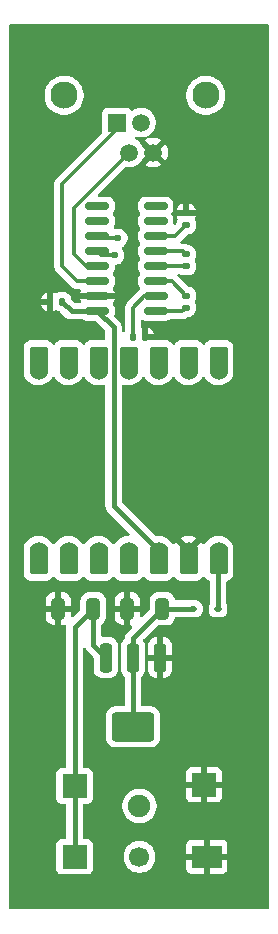
<source format=gbr>
%TF.GenerationSoftware,KiCad,Pcbnew,9.0.2*%
%TF.CreationDate,2025-07-31T19:10:47+02:00*%
%TF.ProjectId,ff-led-panel,66662d6c-6564-42d7-9061-6e656c2e6b69,rev?*%
%TF.SameCoordinates,Original*%
%TF.FileFunction,Copper,L1,Top*%
%TF.FilePolarity,Positive*%
%FSLAX46Y46*%
G04 Gerber Fmt 4.6, Leading zero omitted, Abs format (unit mm)*
G04 Created by KiCad (PCBNEW 9.0.2) date 2025-07-31 19:10:47*
%MOMM*%
%LPD*%
G01*
G04 APERTURE LIST*
G04 Aperture macros list*
%AMRoundRect*
0 Rectangle with rounded corners*
0 $1 Rounding radius*
0 $2 $3 $4 $5 $6 $7 $8 $9 X,Y pos of 4 corners*
0 Add a 4 corners polygon primitive as box body*
4,1,4,$2,$3,$4,$5,$6,$7,$8,$9,$2,$3,0*
0 Add four circle primitives for the rounded corners*
1,1,$1+$1,$2,$3*
1,1,$1+$1,$4,$5*
1,1,$1+$1,$6,$7*
1,1,$1+$1,$8,$9*
0 Add four rect primitives between the rounded corners*
20,1,$1+$1,$2,$3,$4,$5,0*
20,1,$1+$1,$4,$5,$6,$7,0*
20,1,$1+$1,$6,$7,$8,$9,0*
20,1,$1+$1,$8,$9,$2,$3,0*%
G04 Aperture macros list end*
%TA.AperFunction,ComponentPad*%
%ADD10C,2.300000*%
%TD*%
%TA.AperFunction,ComponentPad*%
%ADD11R,1.500000X1.500000*%
%TD*%
%TA.AperFunction,ComponentPad*%
%ADD12C,1.500000*%
%TD*%
%TA.AperFunction,SMDPad,CuDef*%
%ADD13RoundRect,0.250000X0.275000X-0.980000X0.275000X0.980000X-0.275000X0.980000X-0.275000X-0.980000X0*%
%TD*%
%TA.AperFunction,ComponentPad*%
%ADD14C,0.500000*%
%TD*%
%TA.AperFunction,SMDPad,CuDef*%
%ADD15RoundRect,0.250000X1.520000X-0.980000X1.520000X0.980000X-1.520000X0.980000X-1.520000X-0.980000X0*%
%TD*%
%TA.AperFunction,SMDPad,CuDef*%
%ADD16RoundRect,0.150000X0.825000X0.150000X-0.825000X0.150000X-0.825000X-0.150000X0.825000X-0.150000X0*%
%TD*%
%TA.AperFunction,SMDPad,CuDef*%
%ADD17RoundRect,0.250000X0.325000X0.650000X-0.325000X0.650000X-0.325000X-0.650000X0.325000X-0.650000X0*%
%TD*%
%TA.AperFunction,SMDPad,CuDef*%
%ADD18RoundRect,0.112500X0.187500X0.112500X-0.187500X0.112500X-0.187500X-0.112500X0.187500X-0.112500X0*%
%TD*%
%TA.AperFunction,SMDPad,CuDef*%
%ADD19RoundRect,0.140000X0.170000X-0.140000X0.170000X0.140000X-0.170000X0.140000X-0.170000X-0.140000X0*%
%TD*%
%TA.AperFunction,SMDPad,CuDef*%
%ADD20RoundRect,0.140000X-0.140000X-0.170000X0.140000X-0.170000X0.140000X0.170000X-0.140000X0.170000X0*%
%TD*%
%TA.AperFunction,SMDPad,CuDef*%
%ADD21RoundRect,0.140000X0.140000X0.170000X-0.140000X0.170000X-0.140000X-0.170000X0.140000X-0.170000X0*%
%TD*%
%TA.AperFunction,SMDPad,CuDef*%
%ADD22RoundRect,0.152400X0.609600X-1.063600X0.609600X1.063600X-0.609600X1.063600X-0.609600X-1.063600X0*%
%TD*%
%TA.AperFunction,ComponentPad*%
%ADD23C,1.524000*%
%TD*%
%TA.AperFunction,SMDPad,CuDef*%
%ADD24RoundRect,0.152400X-0.609600X1.063600X-0.609600X-1.063600X0.609600X-1.063600X0.609600X1.063600X0*%
%TD*%
%TA.AperFunction,ComponentPad*%
%ADD25C,1.900000*%
%TD*%
%TA.AperFunction,ComponentPad*%
%ADD26C,1.700000*%
%TD*%
%TA.AperFunction,SMDPad,CuDef*%
%ADD27R,2.100000X2.000000*%
%TD*%
%TA.AperFunction,SMDPad,CuDef*%
%ADD28R,2.500000X1.900000*%
%TD*%
%TA.AperFunction,SMDPad,CuDef*%
%ADD29R,2.000000X2.000000*%
%TD*%
%TA.AperFunction,ViaPad*%
%ADD30C,0.600000*%
%TD*%
%TA.AperFunction,Conductor*%
%ADD31C,0.300000*%
%TD*%
%TA.AperFunction,Conductor*%
%ADD32C,0.400000*%
%TD*%
G04 APERTURE END LIST*
D10*
%TO.P,RS232,*%
%TO.N,*%
X141172500Y-74532500D03*
X129172500Y-74532500D03*
D11*
%TO.P,RS232,1,1*%
%TO.N,/RS232 TX*%
X133642500Y-76832500D03*
D12*
%TO.P,RS232,2,2*%
%TO.N,/RS232 RX*%
X134662500Y-79372500D03*
%TO.P,RS232,3,3*%
%TO.N,unconnected-(RJ11-Pad3)*%
X135682500Y-76832500D03*
%TO.P,RS232,4,4*%
%TO.N,GND*%
X136702500Y-79372500D03*
%TD*%
D13*
%TO.P,U3,1,GND*%
%TO.N,GND*%
X137300000Y-122140000D03*
%TO.P,U3,2,VOUT*%
%TO.N,/5V*%
X135000000Y-122140000D03*
%TO.P,U3,3,VIN*%
%TO.N,/12V*%
X132700000Y-122140000D03*
D14*
%TO.P,U3,4,VOUT*%
%TO.N,/5V*%
X134000000Y-128000000D03*
X135000000Y-128000000D03*
D15*
X135000000Y-128000000D03*
D14*
X136000000Y-128000000D03*
%TD*%
D16*
%TO.P,U2,1,C1+*%
%TO.N,Net-(U2-C1+)*%
X136936800Y-92810000D03*
%TO.P,U2,2,VS+*%
%TO.N,Net-(U2-VS+)*%
X136936800Y-91540000D03*
%TO.P,U2,3,C1-*%
%TO.N,Net-(U2-C1-)*%
X136936800Y-90270000D03*
%TO.P,U2,4,C2+*%
%TO.N,Net-(U2-C2+)*%
X136936800Y-89000000D03*
%TO.P,U2,5,C2-*%
%TO.N,Net-(U2-C2-)*%
X136936800Y-87730000D03*
%TO.P,U2,6,VS-*%
%TO.N,Net-(U2-VS-)*%
X136936800Y-86460000D03*
%TO.P,U2,7,T2OUT*%
%TO.N,unconnected-(U2-T2OUT-Pad7)*%
X136936800Y-85190000D03*
%TO.P,U2,8,R2IN*%
%TO.N,unconnected-(U2-R2IN-Pad8)*%
X136936800Y-83920000D03*
%TO.P,U2,9,R2OUT*%
%TO.N,unconnected-(U2-R2OUT-Pad9)*%
X131986800Y-83920000D03*
%TO.P,U2,10,T2IN*%
%TO.N,unconnected-(U2-T2IN-Pad10)*%
X131986800Y-85190000D03*
%TO.P,U2,11,T1IN*%
%TO.N,/UART TX*%
X131986800Y-86460000D03*
%TO.P,U2,12,R1OUT*%
%TO.N,/UART RX*%
X131986800Y-87730000D03*
%TO.P,U2,13,R1IN*%
%TO.N,/RS232 RX*%
X131986800Y-89000000D03*
%TO.P,U2,14,T1OUT*%
%TO.N,/RS232 TX*%
X131986800Y-90270000D03*
%TO.P,U2,15,GND*%
%TO.N,GND*%
X131986800Y-91540000D03*
%TO.P,U2,16,VCC*%
%TO.N,/3.3V*%
X131986800Y-92810000D03*
%TD*%
D17*
%TO.P,C1,1*%
%TO.N,/12V*%
X131630000Y-118000000D03*
%TO.P,C1,2*%
%TO.N,GND*%
X128670000Y-118000000D03*
%TD*%
D18*
%TO.P,D1,1*%
%TO.N,/5VD*%
X142200000Y-118000000D03*
%TO.P,D1,2*%
%TO.N,/5V*%
X140100000Y-118000000D03*
%TD*%
D17*
%TO.P,C2,1*%
%TO.N,/5V*%
X137480000Y-118000000D03*
%TO.P,C2,2*%
%TO.N,GND*%
X134520000Y-118000000D03*
%TD*%
D19*
%TO.P,C7,1*%
%TO.N,Net-(U2-VS-)*%
X139500000Y-85500000D03*
%TO.P,C7,2*%
%TO.N,GND*%
X139500000Y-84500000D03*
%TD*%
D20*
%TO.P,C6,1*%
%TO.N,Net-(U2-VS+)*%
X135000000Y-95000000D03*
%TO.P,C6,2*%
%TO.N,GND*%
X136000000Y-95000000D03*
%TD*%
D21*
%TO.P,C3,1*%
%TO.N,/3.3V*%
X129000000Y-92000000D03*
%TO.P,C3,2*%
%TO.N,GND*%
X128000000Y-92000000D03*
%TD*%
D19*
%TO.P,C4,1*%
%TO.N,Net-(U2-C1+)*%
X139500000Y-92500000D03*
%TO.P,C4,2*%
%TO.N,Net-(U2-C1-)*%
X139500000Y-91500000D03*
%TD*%
D22*
%TO.P,U1,1,GPIO2/A0/D0*%
%TO.N,/UART RX*%
X142240000Y-97000000D03*
D23*
X142240000Y-97835000D03*
D22*
%TO.P,U1,2,GPIO3/A1/D1*%
%TO.N,/UART TX*%
X139700000Y-97000000D03*
D23*
X139700000Y-97835000D03*
D22*
%TO.P,U1,3,GPIO4/A2/D2*%
%TO.N,unconnected-(U1-GPIO4{slash}A2{slash}D2-Pad3)*%
X137160000Y-97000000D03*
D23*
%TO.N,unconnected-(U1-GPIO4{slash}A2{slash}D2-Pad3)_1*%
X137160000Y-97835000D03*
D22*
%TO.P,U1,4,GPIO5/A3/D3*%
%TO.N,unconnected-(U1-GPIO5{slash}A3{slash}D3-Pad4)_1*%
X134620000Y-97000000D03*
D23*
%TO.N,unconnected-(U1-GPIO5{slash}A3{slash}D3-Pad4)*%
X134620000Y-97835000D03*
D22*
%TO.P,U1,5,GPIO6/D4/SDA*%
%TO.N,unconnected-(U1-GPIO6{slash}D4{slash}SDA-Pad5)*%
X132080000Y-97000000D03*
D23*
%TO.N,unconnected-(U1-GPIO6{slash}D4{slash}SDA-Pad5)_1*%
X132080000Y-97835000D03*
D22*
%TO.P,U1,6,GPIO7/D5/SCL*%
%TO.N,unconnected-(U1-GPIO7{slash}D5{slash}SCL-Pad6)*%
X129540000Y-97000000D03*
D23*
%TO.N,unconnected-(U1-GPIO7{slash}D5{slash}SCL-Pad6)_1*%
X129540000Y-97835000D03*
D22*
%TO.P,U1,7,GPIO21/D6/TX*%
%TO.N,unconnected-(U1-GPIO21{slash}D6{slash}TX-Pad7)*%
X127000000Y-97000000D03*
D23*
%TO.N,unconnected-(U1-GPIO21{slash}D6{slash}TX-Pad7)_1*%
X127000000Y-97835000D03*
%TO.P,U1,8,GPIO20/D7/RX*%
%TO.N,unconnected-(U1-GPIO20{slash}D7{slash}RX-Pad8)*%
X127000000Y-113075000D03*
D24*
%TO.N,unconnected-(U1-GPIO20{slash}D7{slash}RX-Pad8)_1*%
X127000000Y-113910000D03*
D23*
%TO.P,U1,9,GPIO8/D8/SCK*%
%TO.N,unconnected-(U1-GPIO8{slash}D8{slash}SCK-Pad9)*%
X129540000Y-113075000D03*
D24*
%TO.N,unconnected-(U1-GPIO8{slash}D8{slash}SCK-Pad9)_1*%
X129540000Y-113910000D03*
D23*
%TO.P,U1,10,GPIO9/D9/MISO*%
%TO.N,unconnected-(U1-GPIO9{slash}D9{slash}MISO-Pad10)_1*%
X132080000Y-113075000D03*
D24*
%TO.N,unconnected-(U1-GPIO9{slash}D9{slash}MISO-Pad10)*%
X132080000Y-113910000D03*
D23*
%TO.P,U1,11,GPIO10/D10/MOSI*%
%TO.N,unconnected-(U1-GPIO10{slash}D10{slash}MOSI-Pad11)*%
X134620000Y-113075000D03*
D24*
%TO.N,unconnected-(U1-GPIO10{slash}D10{slash}MOSI-Pad11)_1*%
X134620000Y-113910000D03*
D23*
%TO.P,U1,12,VCC_3V3*%
%TO.N,/3.3V*%
X137160000Y-113075000D03*
D24*
X137160000Y-113910000D03*
D23*
%TO.P,U1,13,GND*%
%TO.N,GND*%
X139700000Y-113075000D03*
D24*
X139700000Y-113910000D03*
D23*
%TO.P,U1,14,VBUS*%
%TO.N,/5VD*%
X142240000Y-113075000D03*
D24*
X142240000Y-113910000D03*
%TD*%
D25*
%TO.P,12V,*%
%TO.N,*%
X135550000Y-134700000D03*
D26*
X135550000Y-139000000D03*
D27*
%TO.P,12V,1,1*%
%TO.N,/12V*%
X130050000Y-133000000D03*
X130050000Y-139000000D03*
D28*
%TO.P,12V,2,2*%
%TO.N,GND*%
X141250000Y-139000000D03*
D29*
%TO.P,12V,3,3*%
X141000000Y-132900000D03*
%TD*%
D19*
%TO.P,C5,1*%
%TO.N,Net-(U2-C2+)*%
X139500000Y-89000000D03*
%TO.P,C5,2*%
%TO.N,Net-(U2-C2-)*%
X139500000Y-88000000D03*
%TD*%
D30*
%TO.N,/UART TX*%
X133737500Y-86628700D03*
%TO.N,/UART RX*%
X133479200Y-88070400D03*
%TD*%
D31*
%TO.N,/RS232 TX*%
X129000000Y-89000000D02*
X129000000Y-82000000D01*
X131986800Y-90270000D02*
X130270000Y-90270000D01*
X130270000Y-90270000D02*
X129000000Y-89000000D01*
X129000000Y-82000000D02*
X133642500Y-77357500D01*
X133642500Y-77357500D02*
X133642500Y-76832500D01*
%TO.N,/RS232 RX*%
X134662500Y-79372500D02*
X130000000Y-84035000D01*
X130000000Y-84035000D02*
X130000000Y-87988199D01*
X130000000Y-87988199D02*
X131011801Y-89000000D01*
X131011801Y-89000000D02*
X131986800Y-89000000D01*
%TO.N,Net-(U2-C1+)*%
X139190000Y-92810000D02*
X139500000Y-92500000D01*
X136936800Y-92810000D02*
X139190000Y-92810000D01*
%TO.N,Net-(U2-C1-)*%
X136936800Y-90270000D02*
X138270000Y-90270000D01*
X138270000Y-90270000D02*
X139500000Y-91500000D01*
%TO.N,Net-(U2-C2+)*%
X136936800Y-89000000D02*
X139500000Y-89000000D01*
%TO.N,Net-(U2-C2-)*%
X136936800Y-87730000D02*
X137014500Y-87652300D01*
X139230000Y-87730000D02*
X139500000Y-88000000D01*
X136936800Y-87730000D02*
X139230000Y-87730000D01*
%TO.N,Net-(U2-VS+)*%
X135000000Y-95000000D02*
X135000000Y-92501801D01*
X135961801Y-91540000D02*
X136936800Y-91540000D01*
X135000000Y-92501801D02*
X135961801Y-91540000D01*
%TO.N,Net-(U2-VS-)*%
X138540000Y-86460000D02*
X136936800Y-86460000D01*
X139500000Y-85500000D02*
X138540000Y-86460000D01*
D32*
%TO.N,/12V*%
X130050000Y-133000000D02*
X130050000Y-119580000D01*
X132700000Y-122140000D02*
X131630000Y-121070000D01*
X130050000Y-119580000D02*
X131630000Y-118000000D01*
X131630000Y-121070000D02*
X131630000Y-118000000D01*
X130050000Y-139000000D02*
X130050000Y-133000000D01*
%TO.N,/5V*%
X137480000Y-118000000D02*
X140100000Y-118000000D01*
X135000000Y-120480000D02*
X135000000Y-122140000D01*
X135000000Y-122140000D02*
X135000000Y-127000000D01*
X135000000Y-127000000D02*
X134000000Y-128000000D01*
X137480000Y-118000000D02*
X135000000Y-120480000D01*
%TO.N,/3.3V*%
X137160000Y-113910000D02*
X137160000Y-113075000D01*
X133350000Y-109265000D02*
X133350000Y-94173200D01*
X131986800Y-92810000D02*
X129810000Y-92810000D01*
X129810000Y-92810000D02*
X129000000Y-92000000D01*
X133350000Y-94173200D02*
X131986800Y-92810000D01*
X137160000Y-113075000D02*
X133350000Y-109265000D01*
D31*
%TO.N,/UART TX*%
X132155500Y-86628700D02*
X131986800Y-86460000D01*
X139700000Y-97000000D02*
X139700000Y-97835000D01*
X133737500Y-86628700D02*
X132155500Y-86628700D01*
%TO.N,/UART RX*%
X133479200Y-88070400D02*
X132327200Y-88070400D01*
X132327200Y-88070400D02*
X131986800Y-87730000D01*
X142240000Y-97835000D02*
X142240000Y-97000000D01*
D32*
%TO.N,/5VD*%
X142200000Y-113950000D02*
X142240000Y-113910000D01*
X142200000Y-118000000D02*
X142200000Y-113950000D01*
X142240000Y-113075000D02*
X142240000Y-113910000D01*
%TD*%
%TA.AperFunction,Conductor*%
%TO.N,GND*%
G36*
X135331651Y-78033356D02*
G01*
X135389673Y-78052209D01*
X135584078Y-78083000D01*
X135584083Y-78083000D01*
X135780922Y-78083000D01*
X135975326Y-78052209D01*
X136036390Y-78032367D01*
X136106230Y-78030372D01*
X136166063Y-78066452D01*
X136196892Y-78129153D01*
X136188928Y-78198567D01*
X136144700Y-78252657D01*
X136131003Y-78260784D01*
X136047359Y-78303402D01*
X136012373Y-78328820D01*
X136012372Y-78328820D01*
X136656055Y-78972501D01*
X136649839Y-78972501D01*
X136548106Y-78999760D01*
X136456895Y-79052421D01*
X136382421Y-79126895D01*
X136329760Y-79218106D01*
X136302501Y-79319839D01*
X136302501Y-79326054D01*
X135785887Y-78809440D01*
X135763085Y-78778056D01*
X135732024Y-78717095D01*
X135616328Y-78557854D01*
X135477146Y-78418672D01*
X135317905Y-78302976D01*
X135237036Y-78261771D01*
X135186241Y-78213798D01*
X135169446Y-78145977D01*
X135191983Y-78079842D01*
X135246698Y-78036390D01*
X135316219Y-78029417D01*
X135331651Y-78033356D01*
G37*
%TD.AperFunction*%
%TA.AperFunction,Conductor*%
G36*
X146442539Y-68520185D02*
G01*
X146488294Y-68572989D01*
X146499500Y-68624500D01*
X146499500Y-143330500D01*
X146479815Y-143397539D01*
X146427011Y-143443294D01*
X146375500Y-143454500D01*
X124624500Y-143454500D01*
X124557461Y-143434815D01*
X124511706Y-143382011D01*
X124500500Y-143330500D01*
X124500500Y-131952135D01*
X128499500Y-131952135D01*
X128499500Y-134047870D01*
X128499501Y-134047876D01*
X128505908Y-134107483D01*
X128556202Y-134242328D01*
X128556206Y-134242335D01*
X128642452Y-134357544D01*
X128642455Y-134357547D01*
X128757664Y-134443793D01*
X128757671Y-134443797D01*
X128802618Y-134460561D01*
X128892517Y-134494091D01*
X128952127Y-134500500D01*
X129225501Y-134500499D01*
X129292539Y-134520183D01*
X129338294Y-134572987D01*
X129349500Y-134624499D01*
X129349500Y-137375500D01*
X129329815Y-137442539D01*
X129277011Y-137488294D01*
X129225500Y-137499500D01*
X128952130Y-137499500D01*
X128952123Y-137499501D01*
X128892516Y-137505908D01*
X128757671Y-137556202D01*
X128757664Y-137556206D01*
X128642455Y-137642452D01*
X128642452Y-137642455D01*
X128556206Y-137757664D01*
X128556202Y-137757671D01*
X128505908Y-137892517D01*
X128500522Y-137942620D01*
X128499501Y-137952123D01*
X128499500Y-137952135D01*
X128499500Y-140047870D01*
X128499501Y-140047876D01*
X128505908Y-140107483D01*
X128556202Y-140242328D01*
X128556206Y-140242335D01*
X128642452Y-140357544D01*
X128642455Y-140357547D01*
X128757664Y-140443793D01*
X128757671Y-140443797D01*
X128892517Y-140494091D01*
X128892516Y-140494091D01*
X128899444Y-140494835D01*
X128952127Y-140500500D01*
X131147872Y-140500499D01*
X131207483Y-140494091D01*
X131342331Y-140443796D01*
X131457546Y-140357546D01*
X131543796Y-140242331D01*
X131594091Y-140107483D01*
X131600500Y-140047873D01*
X131600499Y-138893713D01*
X134199500Y-138893713D01*
X134199500Y-139106286D01*
X134232753Y-139316239D01*
X134298444Y-139518414D01*
X134394951Y-139707820D01*
X134519890Y-139879786D01*
X134670213Y-140030109D01*
X134842179Y-140155048D01*
X134842181Y-140155049D01*
X134842184Y-140155051D01*
X135031588Y-140251557D01*
X135233757Y-140317246D01*
X135443713Y-140350500D01*
X135443714Y-140350500D01*
X135656286Y-140350500D01*
X135656287Y-140350500D01*
X135866243Y-140317246D01*
X136068412Y-140251557D01*
X136257816Y-140155051D01*
X136323290Y-140107482D01*
X136429786Y-140030109D01*
X136429788Y-140030106D01*
X136429792Y-140030104D01*
X136462052Y-139997844D01*
X139500000Y-139997844D01*
X139506401Y-140057372D01*
X139506403Y-140057379D01*
X139556645Y-140192086D01*
X139556649Y-140192093D01*
X139642809Y-140307187D01*
X139642812Y-140307190D01*
X139757906Y-140393350D01*
X139757913Y-140393354D01*
X139892620Y-140443596D01*
X139892627Y-140443598D01*
X139952155Y-140449999D01*
X139952172Y-140450000D01*
X141000000Y-140450000D01*
X141500000Y-140450000D01*
X142547828Y-140450000D01*
X142547844Y-140449999D01*
X142607372Y-140443598D01*
X142607379Y-140443596D01*
X142742086Y-140393354D01*
X142742093Y-140393350D01*
X142857187Y-140307190D01*
X142857190Y-140307187D01*
X142943350Y-140192093D01*
X142943354Y-140192086D01*
X142993596Y-140057379D01*
X142993598Y-140057372D01*
X142999999Y-139997844D01*
X143000000Y-139997827D01*
X143000000Y-139250000D01*
X141500000Y-139250000D01*
X141500000Y-140450000D01*
X141000000Y-140450000D01*
X141000000Y-139250000D01*
X139500000Y-139250000D01*
X139500000Y-139997844D01*
X136462052Y-139997844D01*
X136580104Y-139879792D01*
X136580106Y-139879788D01*
X136580109Y-139879786D01*
X136705048Y-139707820D01*
X136705047Y-139707820D01*
X136705051Y-139707816D01*
X136801557Y-139518412D01*
X136867246Y-139316243D01*
X136900500Y-139106287D01*
X136900500Y-138893713D01*
X136867246Y-138683757D01*
X136801557Y-138481588D01*
X136705051Y-138292184D01*
X136705049Y-138292181D01*
X136705048Y-138292179D01*
X136580109Y-138120213D01*
X136462051Y-138002155D01*
X139500000Y-138002155D01*
X139500000Y-138750000D01*
X141000000Y-138750000D01*
X141500000Y-138750000D01*
X143000000Y-138750000D01*
X143000000Y-138002172D01*
X142999999Y-138002155D01*
X142993598Y-137942627D01*
X142993596Y-137942620D01*
X142943354Y-137807913D01*
X142943350Y-137807906D01*
X142857190Y-137692812D01*
X142857187Y-137692809D01*
X142742093Y-137606649D01*
X142742086Y-137606645D01*
X142607379Y-137556403D01*
X142607372Y-137556401D01*
X142547844Y-137550000D01*
X141500000Y-137550000D01*
X141500000Y-138750000D01*
X141000000Y-138750000D01*
X141000000Y-137550000D01*
X139952155Y-137550000D01*
X139892627Y-137556401D01*
X139892620Y-137556403D01*
X139757913Y-137606645D01*
X139757906Y-137606649D01*
X139642812Y-137692809D01*
X139642809Y-137692812D01*
X139556649Y-137807906D01*
X139556645Y-137807913D01*
X139506403Y-137942620D01*
X139506401Y-137942627D01*
X139500000Y-138002155D01*
X136462051Y-138002155D01*
X136429786Y-137969890D01*
X136257820Y-137844951D01*
X136068414Y-137748444D01*
X136068413Y-137748443D01*
X136068412Y-137748443D01*
X135866243Y-137682754D01*
X135866241Y-137682753D01*
X135866240Y-137682753D01*
X135704957Y-137657208D01*
X135656287Y-137649500D01*
X135443713Y-137649500D01*
X135395042Y-137657208D01*
X135233760Y-137682753D01*
X135031585Y-137748444D01*
X134842179Y-137844951D01*
X134670213Y-137969890D01*
X134519890Y-138120213D01*
X134394951Y-138292179D01*
X134298444Y-138481585D01*
X134232753Y-138683760D01*
X134199500Y-138893713D01*
X131600499Y-138893713D01*
X131600499Y-137952128D01*
X131594091Y-137892517D01*
X131576349Y-137844949D01*
X131543797Y-137757671D01*
X131543793Y-137757664D01*
X131457547Y-137642455D01*
X131457544Y-137642452D01*
X131342335Y-137556206D01*
X131342328Y-137556202D01*
X131207482Y-137505908D01*
X131207483Y-137505908D01*
X131147883Y-137499501D01*
X131147881Y-137499500D01*
X131147873Y-137499500D01*
X131147865Y-137499500D01*
X130874500Y-137499500D01*
X130807461Y-137479815D01*
X130761706Y-137427011D01*
X130750500Y-137375500D01*
X130750500Y-134624499D01*
X130761853Y-134585837D01*
X134099500Y-134585837D01*
X134099500Y-134814162D01*
X134135215Y-135039660D01*
X134205770Y-135256803D01*
X134309421Y-135460228D01*
X134443621Y-135644937D01*
X134605063Y-135806379D01*
X134789772Y-135940579D01*
X134885884Y-135989550D01*
X134993196Y-136044229D01*
X134993198Y-136044229D01*
X134993201Y-136044231D01*
X135109592Y-136082049D01*
X135210339Y-136114784D01*
X135435838Y-136150500D01*
X135435843Y-136150500D01*
X135664162Y-136150500D01*
X135889660Y-136114784D01*
X136106799Y-136044231D01*
X136310228Y-135940579D01*
X136494937Y-135806379D01*
X136656379Y-135644937D01*
X136790579Y-135460228D01*
X136894231Y-135256799D01*
X136964784Y-135039660D01*
X137000500Y-134814162D01*
X137000500Y-134585837D01*
X136964784Y-134360339D01*
X136894229Y-134143196D01*
X136825023Y-134007372D01*
X136794692Y-133947844D01*
X139500000Y-133947844D01*
X139506401Y-134007372D01*
X139506403Y-134007379D01*
X139556645Y-134142086D01*
X139556649Y-134142093D01*
X139642809Y-134257187D01*
X139642812Y-134257190D01*
X139757906Y-134343350D01*
X139757913Y-134343354D01*
X139892620Y-134393596D01*
X139892627Y-134393598D01*
X139952155Y-134399999D01*
X139952172Y-134400000D01*
X140750000Y-134400000D01*
X141250000Y-134400000D01*
X142047828Y-134400000D01*
X142047844Y-134399999D01*
X142107372Y-134393598D01*
X142107379Y-134393596D01*
X142242086Y-134343354D01*
X142242093Y-134343350D01*
X142357187Y-134257190D01*
X142357190Y-134257187D01*
X142443350Y-134142093D01*
X142443354Y-134142086D01*
X142493596Y-134007379D01*
X142493598Y-134007372D01*
X142499999Y-133947844D01*
X142500000Y-133947827D01*
X142500000Y-133150000D01*
X141250000Y-133150000D01*
X141250000Y-134400000D01*
X140750000Y-134400000D01*
X140750000Y-133150000D01*
X139500000Y-133150000D01*
X139500000Y-133947844D01*
X136794692Y-133947844D01*
X136790579Y-133939772D01*
X136656379Y-133755063D01*
X136494937Y-133593621D01*
X136310228Y-133459421D01*
X136106803Y-133355770D01*
X135889660Y-133285215D01*
X135664162Y-133249500D01*
X135664157Y-133249500D01*
X135435843Y-133249500D01*
X135435838Y-133249500D01*
X135210339Y-133285215D01*
X134993196Y-133355770D01*
X134789771Y-133459421D01*
X134605061Y-133593622D01*
X134443622Y-133755061D01*
X134309421Y-133939771D01*
X134205770Y-134143196D01*
X134135215Y-134360339D01*
X134099500Y-134585837D01*
X130761853Y-134585837D01*
X130770185Y-134557460D01*
X130822989Y-134511705D01*
X130874500Y-134500499D01*
X131147871Y-134500499D01*
X131147872Y-134500499D01*
X131207483Y-134494091D01*
X131207488Y-134494089D01*
X131286047Y-134464789D01*
X131342328Y-134443797D01*
X131342327Y-134443797D01*
X131342331Y-134443796D01*
X131457546Y-134357546D01*
X131543796Y-134242331D01*
X131594091Y-134107483D01*
X131600500Y-134047873D01*
X131600499Y-132650000D01*
X131600499Y-131952129D01*
X131600498Y-131952123D01*
X131600497Y-131952116D01*
X131594091Y-131892517D01*
X131593967Y-131892184D01*
X131579037Y-131852155D01*
X139500000Y-131852155D01*
X139500000Y-132650000D01*
X140750000Y-132650000D01*
X141250000Y-132650000D01*
X142500000Y-132650000D01*
X142500000Y-131852172D01*
X142499999Y-131852155D01*
X142493598Y-131792627D01*
X142493596Y-131792620D01*
X142443354Y-131657913D01*
X142443350Y-131657906D01*
X142357190Y-131542812D01*
X142357187Y-131542809D01*
X142242093Y-131456649D01*
X142242086Y-131456645D01*
X142107379Y-131406403D01*
X142107372Y-131406401D01*
X142047844Y-131400000D01*
X141250000Y-131400000D01*
X141250000Y-132650000D01*
X140750000Y-132650000D01*
X140750000Y-131400000D01*
X139952155Y-131400000D01*
X139892627Y-131406401D01*
X139892620Y-131406403D01*
X139757913Y-131456645D01*
X139757906Y-131456649D01*
X139642812Y-131542809D01*
X139642809Y-131542812D01*
X139556649Y-131657906D01*
X139556645Y-131657913D01*
X139506403Y-131792620D01*
X139506401Y-131792627D01*
X139500000Y-131852155D01*
X131579037Y-131852155D01*
X131543797Y-131757671D01*
X131543793Y-131757664D01*
X131457547Y-131642455D01*
X131457544Y-131642452D01*
X131342335Y-131556206D01*
X131342328Y-131556202D01*
X131207482Y-131505908D01*
X131207483Y-131505908D01*
X131147883Y-131499501D01*
X131147881Y-131499500D01*
X131147873Y-131499500D01*
X131147865Y-131499500D01*
X130874500Y-131499500D01*
X130807461Y-131479815D01*
X130761706Y-131427011D01*
X130750500Y-131375500D01*
X130750500Y-126969983D01*
X132729500Y-126969983D01*
X132729500Y-129030001D01*
X132729501Y-129030018D01*
X132740000Y-129132796D01*
X132740001Y-129132799D01*
X132795185Y-129299331D01*
X132795186Y-129299334D01*
X132887288Y-129448656D01*
X133011344Y-129572712D01*
X133160666Y-129664814D01*
X133327203Y-129719999D01*
X133429991Y-129730500D01*
X136570008Y-129730499D01*
X136672797Y-129719999D01*
X136839334Y-129664814D01*
X136988656Y-129572712D01*
X137112712Y-129448656D01*
X137204814Y-129299334D01*
X137259999Y-129132797D01*
X137270500Y-129030009D01*
X137270499Y-126969992D01*
X137259999Y-126867203D01*
X137204814Y-126700666D01*
X137112712Y-126551344D01*
X136988656Y-126427288D01*
X136839334Y-126335186D01*
X136672797Y-126280001D01*
X136672795Y-126280000D01*
X136570016Y-126269500D01*
X136570009Y-126269500D01*
X135824500Y-126269500D01*
X135757461Y-126249815D01*
X135711706Y-126197011D01*
X135700500Y-126145500D01*
X135700500Y-123806867D01*
X135720185Y-123739828D01*
X135739386Y-123718656D01*
X135738549Y-123717819D01*
X135744053Y-123712315D01*
X135867712Y-123588656D01*
X135959814Y-123439334D01*
X136014999Y-123272797D01*
X136025500Y-123170009D01*
X136025500Y-123169986D01*
X136275001Y-123169986D01*
X136285494Y-123272697D01*
X136340641Y-123439119D01*
X136340643Y-123439124D01*
X136432684Y-123588345D01*
X136556654Y-123712315D01*
X136705875Y-123804356D01*
X136705880Y-123804358D01*
X136872302Y-123859505D01*
X136872309Y-123859506D01*
X136975019Y-123869999D01*
X137550000Y-123869999D01*
X137624972Y-123869999D01*
X137624986Y-123869998D01*
X137727697Y-123859505D01*
X137894119Y-123804358D01*
X137894124Y-123804356D01*
X138043345Y-123712315D01*
X138167315Y-123588345D01*
X138259356Y-123439124D01*
X138259358Y-123439119D01*
X138314505Y-123272697D01*
X138314506Y-123272690D01*
X138324999Y-123169986D01*
X138325000Y-123169973D01*
X138325000Y-122390000D01*
X137550000Y-122390000D01*
X137550000Y-123869999D01*
X136975019Y-123869999D01*
X137049999Y-123869998D01*
X137050000Y-123869998D01*
X137050000Y-122390000D01*
X136275001Y-122390000D01*
X136275001Y-123169986D01*
X136025500Y-123169986D01*
X136025499Y-122130161D01*
X136025499Y-121110013D01*
X136275000Y-121110013D01*
X136275000Y-121890000D01*
X137050000Y-121890000D01*
X137550000Y-121890000D01*
X138324999Y-121890000D01*
X138324999Y-121110028D01*
X138324998Y-121110013D01*
X138314505Y-121007302D01*
X138259358Y-120840880D01*
X138259356Y-120840875D01*
X138167315Y-120691654D01*
X138043345Y-120567684D01*
X137894124Y-120475643D01*
X137894119Y-120475641D01*
X137727697Y-120420494D01*
X137727690Y-120420493D01*
X137624986Y-120410000D01*
X137550000Y-120410000D01*
X137550000Y-121890000D01*
X137050000Y-121890000D01*
X137050000Y-120410000D01*
X137049999Y-120409999D01*
X136975028Y-120410000D01*
X136975011Y-120410001D01*
X136872302Y-120420494D01*
X136705880Y-120475641D01*
X136705875Y-120475643D01*
X136556654Y-120567684D01*
X136432684Y-120691654D01*
X136340643Y-120840875D01*
X136340641Y-120840880D01*
X136285494Y-121007302D01*
X136285493Y-121007309D01*
X136275000Y-121110013D01*
X136025499Y-121110013D01*
X136025499Y-121109998D01*
X136025498Y-121109981D01*
X136014999Y-121007203D01*
X136014998Y-121007200D01*
X135959814Y-120840666D01*
X135885457Y-120720113D01*
X135867018Y-120652725D01*
X135887940Y-120586061D01*
X135903311Y-120567344D01*
X137033839Y-119436816D01*
X137095160Y-119403333D01*
X137121508Y-119400499D01*
X137855008Y-119400499D01*
X137855016Y-119400498D01*
X137855019Y-119400498D01*
X137911302Y-119394748D01*
X137957797Y-119389999D01*
X138124334Y-119334814D01*
X138273656Y-119242712D01*
X138397712Y-119118656D01*
X138489814Y-118969334D01*
X138544999Y-118802797D01*
X138544999Y-118802793D01*
X138545912Y-118798533D01*
X138579199Y-118737102D01*
X138640414Y-118703419D01*
X138667163Y-118700500D01*
X139721560Y-118700500D01*
X139756155Y-118705424D01*
X139815839Y-118722764D01*
X139815842Y-118722764D01*
X139815844Y-118722765D01*
X139850595Y-118725500D01*
X140349404Y-118725499D01*
X140384156Y-118722765D01*
X140532887Y-118679555D01*
X140666198Y-118600715D01*
X140775715Y-118491198D01*
X140854555Y-118357887D01*
X140897765Y-118209156D01*
X140900500Y-118174405D01*
X140900499Y-117825596D01*
X140897765Y-117790844D01*
X140854555Y-117642113D01*
X140775715Y-117508802D01*
X140775713Y-117508800D01*
X140775710Y-117508796D01*
X140666203Y-117399289D01*
X140666194Y-117399282D01*
X140585111Y-117351330D01*
X140532887Y-117320445D01*
X140384156Y-117277235D01*
X140384153Y-117277234D01*
X140384151Y-117277234D01*
X140353395Y-117274814D01*
X140349405Y-117274500D01*
X140349404Y-117274500D01*
X139850606Y-117274500D01*
X139850584Y-117274501D01*
X139815842Y-117277235D01*
X139756155Y-117294576D01*
X139721560Y-117299500D01*
X138667163Y-117299500D01*
X138600124Y-117279815D01*
X138554369Y-117227011D01*
X138545911Y-117201459D01*
X138545000Y-117197207D01*
X138544998Y-117197200D01*
X138489814Y-117030666D01*
X138397712Y-116881344D01*
X138273656Y-116757288D01*
X138124334Y-116665186D01*
X137957797Y-116610001D01*
X137957795Y-116610000D01*
X137855010Y-116599500D01*
X137104998Y-116599500D01*
X137104980Y-116599501D01*
X137002203Y-116610000D01*
X137002200Y-116610001D01*
X136835668Y-116665185D01*
X136835663Y-116665187D01*
X136686342Y-116757289D01*
X136562289Y-116881342D01*
X136470187Y-117030663D01*
X136470185Y-117030668D01*
X136470115Y-117030880D01*
X136415001Y-117197203D01*
X136415001Y-117197204D01*
X136415000Y-117197204D01*
X136404500Y-117299983D01*
X136404500Y-118033479D01*
X136384815Y-118100518D01*
X136368181Y-118121160D01*
X135806681Y-118682660D01*
X135745358Y-118716145D01*
X135675666Y-118711161D01*
X135619733Y-118669289D01*
X135595316Y-118603825D01*
X135595000Y-118594979D01*
X135595000Y-118250000D01*
X134770000Y-118250000D01*
X134770000Y-119399999D01*
X134789981Y-119399999D01*
X134857020Y-119419684D01*
X134902775Y-119472488D01*
X134912719Y-119541646D01*
X134883694Y-119605202D01*
X134877662Y-119611680D01*
X134455888Y-120033453D01*
X134455887Y-120033454D01*
X134379222Y-120148192D01*
X134326421Y-120275667D01*
X134326418Y-120275679D01*
X134301815Y-120399362D01*
X134301814Y-120399372D01*
X134299800Y-120409501D01*
X134299500Y-120411007D01*
X134299500Y-120475029D01*
X134299442Y-120476925D01*
X134289141Y-120508408D01*
X134279815Y-120540171D01*
X134278148Y-120542009D01*
X134277716Y-120543331D01*
X134274790Y-120545713D01*
X134260616Y-120561346D01*
X134261451Y-120562181D01*
X134132289Y-120691342D01*
X134040187Y-120840663D01*
X134040185Y-120840668D01*
X134040115Y-120840880D01*
X133985001Y-121007203D01*
X133985001Y-121007204D01*
X133985000Y-121007204D01*
X133974500Y-121109983D01*
X133974500Y-123170001D01*
X133974501Y-123170018D01*
X133985000Y-123272796D01*
X133985001Y-123272799D01*
X134040115Y-123439119D01*
X134040186Y-123439334D01*
X134132096Y-123588345D01*
X134132289Y-123588657D01*
X134261451Y-123717819D01*
X134259559Y-123719710D01*
X134292774Y-123766583D01*
X134299500Y-123806867D01*
X134299500Y-126145500D01*
X134279815Y-126212539D01*
X134227011Y-126258294D01*
X134175500Y-126269500D01*
X133429998Y-126269500D01*
X133429980Y-126269501D01*
X133327203Y-126280000D01*
X133327200Y-126280001D01*
X133160668Y-126335185D01*
X133160663Y-126335187D01*
X133011342Y-126427289D01*
X132887289Y-126551342D01*
X132795187Y-126700663D01*
X132795186Y-126700666D01*
X132740001Y-126867203D01*
X132740001Y-126867204D01*
X132740000Y-126867204D01*
X132729500Y-126969983D01*
X130750500Y-126969983D01*
X130750500Y-121400583D01*
X130770185Y-121333544D01*
X130822989Y-121287789D01*
X130892147Y-121277845D01*
X130955703Y-121306870D01*
X130989061Y-121353131D01*
X131009225Y-121401811D01*
X131060332Y-121478299D01*
X131085887Y-121516545D01*
X131085888Y-121516546D01*
X131638181Y-122068838D01*
X131671666Y-122130161D01*
X131674500Y-122156519D01*
X131674500Y-123170001D01*
X131674501Y-123170019D01*
X131685000Y-123272796D01*
X131685001Y-123272799D01*
X131740115Y-123439119D01*
X131740186Y-123439334D01*
X131832288Y-123588656D01*
X131956344Y-123712712D01*
X132105666Y-123804814D01*
X132272203Y-123859999D01*
X132374991Y-123870500D01*
X133025008Y-123870499D01*
X133025016Y-123870498D01*
X133025019Y-123870498D01*
X133081302Y-123864748D01*
X133127797Y-123859999D01*
X133294334Y-123804814D01*
X133443656Y-123712712D01*
X133567712Y-123588656D01*
X133659814Y-123439334D01*
X133714999Y-123272797D01*
X133725500Y-123170009D01*
X133725499Y-121109992D01*
X133714999Y-121007203D01*
X133659814Y-120840666D01*
X133567712Y-120691344D01*
X133443656Y-120567288D01*
X133348196Y-120508408D01*
X133294336Y-120475187D01*
X133294331Y-120475185D01*
X133292862Y-120474698D01*
X133127797Y-120420001D01*
X133127795Y-120420000D01*
X133025016Y-120409500D01*
X132454500Y-120409500D01*
X132387461Y-120389815D01*
X132341706Y-120337011D01*
X132330500Y-120285500D01*
X132330500Y-119369377D01*
X132350185Y-119302338D01*
X132389406Y-119263837D01*
X132423654Y-119242713D01*
X132423653Y-119242713D01*
X132423656Y-119242712D01*
X132547712Y-119118656D01*
X132639814Y-118969334D01*
X132694999Y-118802797D01*
X132705500Y-118700009D01*
X132705500Y-118699986D01*
X133445001Y-118699986D01*
X133455494Y-118802697D01*
X133510641Y-118969119D01*
X133510643Y-118969124D01*
X133602684Y-119118345D01*
X133726654Y-119242315D01*
X133875875Y-119334356D01*
X133875880Y-119334358D01*
X134042302Y-119389505D01*
X134042309Y-119389506D01*
X134145019Y-119399999D01*
X134269999Y-119399999D01*
X134270000Y-119399998D01*
X134270000Y-118250000D01*
X133445001Y-118250000D01*
X133445001Y-118699986D01*
X132705500Y-118699986D01*
X132705499Y-117825606D01*
X132705499Y-117300013D01*
X133445000Y-117300013D01*
X133445000Y-117750000D01*
X134270000Y-117750000D01*
X134770000Y-117750000D01*
X135594999Y-117750000D01*
X135594999Y-117300028D01*
X135594998Y-117300013D01*
X135584505Y-117197302D01*
X135529358Y-117030880D01*
X135529356Y-117030875D01*
X135437315Y-116881654D01*
X135313345Y-116757684D01*
X135164124Y-116665643D01*
X135164119Y-116665641D01*
X134997697Y-116610494D01*
X134997690Y-116610493D01*
X134894986Y-116600000D01*
X134770000Y-116600000D01*
X134770000Y-117750000D01*
X134270000Y-117750000D01*
X134270000Y-116600000D01*
X134145027Y-116600000D01*
X134145012Y-116600001D01*
X134042302Y-116610494D01*
X133875880Y-116665641D01*
X133875875Y-116665643D01*
X133726654Y-116757684D01*
X133602684Y-116881654D01*
X133510643Y-117030875D01*
X133510641Y-117030880D01*
X133455494Y-117197302D01*
X133455493Y-117197309D01*
X133445000Y-117300013D01*
X132705499Y-117300013D01*
X132705499Y-117299998D01*
X132705498Y-117299981D01*
X132694999Y-117197203D01*
X132694998Y-117197200D01*
X132639814Y-117030666D01*
X132547712Y-116881344D01*
X132423656Y-116757288D01*
X132274334Y-116665186D01*
X132107797Y-116610001D01*
X132107795Y-116610000D01*
X132005010Y-116599500D01*
X131254998Y-116599500D01*
X131254980Y-116599501D01*
X131152203Y-116610000D01*
X131152200Y-116610001D01*
X130985668Y-116665185D01*
X130985663Y-116665187D01*
X130836342Y-116757289D01*
X130712289Y-116881342D01*
X130620187Y-117030663D01*
X130620185Y-117030668D01*
X130620115Y-117030880D01*
X130565001Y-117197203D01*
X130565001Y-117197204D01*
X130565000Y-117197204D01*
X130554500Y-117299983D01*
X130554500Y-118033480D01*
X130534815Y-118100519D01*
X130518181Y-118121161D01*
X129956681Y-118682661D01*
X129895358Y-118716146D01*
X129825666Y-118711162D01*
X129769733Y-118669290D01*
X129745316Y-118603826D01*
X129745000Y-118594980D01*
X129745000Y-118250000D01*
X128920000Y-118250000D01*
X128920000Y-119399999D01*
X129044972Y-119399999D01*
X129044986Y-119399998D01*
X129147696Y-119389505D01*
X129187567Y-119376293D01*
X129257395Y-119373890D01*
X129317438Y-119409620D01*
X129348632Y-119472139D01*
X129349978Y-119506138D01*
X129349500Y-119510996D01*
X129349500Y-131375500D01*
X129329815Y-131442539D01*
X129277011Y-131488294D01*
X129225500Y-131499500D01*
X128952130Y-131499500D01*
X128952123Y-131499501D01*
X128892516Y-131505908D01*
X128757671Y-131556202D01*
X128757664Y-131556206D01*
X128642455Y-131642452D01*
X128642452Y-131642455D01*
X128556206Y-131757664D01*
X128556202Y-131757671D01*
X128505908Y-131892517D01*
X128499501Y-131952116D01*
X128499501Y-131952123D01*
X128499500Y-131952135D01*
X124500500Y-131952135D01*
X124500500Y-118699986D01*
X127595001Y-118699986D01*
X127605494Y-118802697D01*
X127660641Y-118969119D01*
X127660643Y-118969124D01*
X127752684Y-119118345D01*
X127876654Y-119242315D01*
X128025875Y-119334356D01*
X128025880Y-119334358D01*
X128192302Y-119389505D01*
X128192309Y-119389506D01*
X128295019Y-119399999D01*
X128419999Y-119399999D01*
X128420000Y-119399998D01*
X128420000Y-118250000D01*
X127595001Y-118250000D01*
X127595001Y-118699986D01*
X124500500Y-118699986D01*
X124500500Y-117300013D01*
X127595000Y-117300013D01*
X127595000Y-117750000D01*
X128420000Y-117750000D01*
X128920000Y-117750000D01*
X129744999Y-117750000D01*
X129744999Y-117300028D01*
X129744998Y-117300013D01*
X129734505Y-117197302D01*
X129679358Y-117030880D01*
X129679356Y-117030875D01*
X129587315Y-116881654D01*
X129463345Y-116757684D01*
X129314124Y-116665643D01*
X129314119Y-116665641D01*
X129147697Y-116610494D01*
X129147690Y-116610493D01*
X129044986Y-116600000D01*
X128920000Y-116600000D01*
X128920000Y-117750000D01*
X128420000Y-117750000D01*
X128420000Y-116600000D01*
X128295027Y-116600000D01*
X128295012Y-116600001D01*
X128192302Y-116610494D01*
X128025880Y-116665641D01*
X128025875Y-116665643D01*
X127876654Y-116757684D01*
X127752684Y-116881654D01*
X127660643Y-117030875D01*
X127660641Y-117030880D01*
X127605494Y-117197302D01*
X127605493Y-117197309D01*
X127595000Y-117300013D01*
X124500500Y-117300013D01*
X124500500Y-95870458D01*
X125737500Y-95870458D01*
X125737500Y-98129541D01*
X125740412Y-98166546D01*
X125740413Y-98166552D01*
X125786434Y-98324954D01*
X125786435Y-98324957D01*
X125870405Y-98466943D01*
X125870406Y-98466944D01*
X125870408Y-98466947D01*
X125966608Y-98563147D01*
X125979240Y-98577938D01*
X126037019Y-98657464D01*
X126177536Y-98797981D01*
X126338306Y-98914787D01*
X126425149Y-98959035D01*
X126515367Y-99005005D01*
X126515370Y-99005006D01*
X126608629Y-99035307D01*
X126704364Y-99066413D01*
X126900639Y-99097500D01*
X126900640Y-99097500D01*
X127099360Y-99097500D01*
X127099361Y-99097500D01*
X127295636Y-99066413D01*
X127484632Y-99005005D01*
X127661694Y-98914787D01*
X127822464Y-98797981D01*
X127962981Y-98657464D01*
X128020762Y-98577933D01*
X128026039Y-98571175D01*
X128029537Y-98567000D01*
X128129592Y-98466947D01*
X128168439Y-98401259D01*
X128174962Y-98393477D01*
X128195927Y-98379509D01*
X128214337Y-98362321D01*
X128224505Y-98360471D01*
X128233110Y-98354739D01*
X128258299Y-98354324D01*
X128283079Y-98349817D01*
X128292634Y-98353759D01*
X128302970Y-98353589D01*
X128324379Y-98366854D01*
X128347668Y-98376462D01*
X128356691Y-98386875D01*
X128362363Y-98390390D01*
X128365575Y-98397128D01*
X128376732Y-98410004D01*
X128410405Y-98466943D01*
X128410408Y-98466947D01*
X128506608Y-98563147D01*
X128519240Y-98577938D01*
X128577019Y-98657464D01*
X128717536Y-98797981D01*
X128878306Y-98914787D01*
X128965149Y-98959035D01*
X129055367Y-99005005D01*
X129055370Y-99005006D01*
X129148629Y-99035307D01*
X129244364Y-99066413D01*
X129440639Y-99097500D01*
X129440640Y-99097500D01*
X129639360Y-99097500D01*
X129639361Y-99097500D01*
X129835636Y-99066413D01*
X130024632Y-99005005D01*
X130201694Y-98914787D01*
X130362464Y-98797981D01*
X130502981Y-98657464D01*
X130560762Y-98577933D01*
X130566039Y-98571175D01*
X130569537Y-98567000D01*
X130669592Y-98466947D01*
X130708439Y-98401259D01*
X130714962Y-98393477D01*
X130735927Y-98379509D01*
X130754337Y-98362321D01*
X130764505Y-98360471D01*
X130773110Y-98354739D01*
X130798299Y-98354324D01*
X130823079Y-98349817D01*
X130832634Y-98353759D01*
X130842970Y-98353589D01*
X130864379Y-98366854D01*
X130887668Y-98376462D01*
X130896691Y-98386875D01*
X130902363Y-98390390D01*
X130905575Y-98397128D01*
X130916732Y-98410004D01*
X130950405Y-98466943D01*
X130950408Y-98466947D01*
X131046608Y-98563147D01*
X131059240Y-98577938D01*
X131117019Y-98657464D01*
X131257536Y-98797981D01*
X131418306Y-98914787D01*
X131505149Y-98959035D01*
X131595367Y-99005005D01*
X131595370Y-99005006D01*
X131688629Y-99035307D01*
X131784364Y-99066413D01*
X131980639Y-99097500D01*
X131980640Y-99097500D01*
X132179360Y-99097500D01*
X132179361Y-99097500D01*
X132375636Y-99066413D01*
X132471371Y-99035307D01*
X132487182Y-99030170D01*
X132557023Y-99028175D01*
X132616856Y-99064255D01*
X132647684Y-99126956D01*
X132649500Y-99148101D01*
X132649500Y-109196006D01*
X132649500Y-109333994D01*
X132649500Y-109333996D01*
X132649499Y-109333996D01*
X132676418Y-109469322D01*
X132676421Y-109469332D01*
X132729222Y-109596807D01*
X132805887Y-109711545D01*
X132805888Y-109711546D01*
X134695162Y-111600819D01*
X134728647Y-111662142D01*
X134723663Y-111731834D01*
X134681791Y-111787767D01*
X134616327Y-111812184D01*
X134607481Y-111812500D01*
X134520639Y-111812500D01*
X134455214Y-111822862D01*
X134324362Y-111843587D01*
X134135370Y-111904993D01*
X134135367Y-111904994D01*
X133958305Y-111995213D01*
X133797533Y-112112021D01*
X133657018Y-112252536D01*
X133599239Y-112332061D01*
X133593960Y-112338821D01*
X133590446Y-112343013D01*
X133490408Y-112443053D01*
X133451564Y-112508733D01*
X133445038Y-112516521D01*
X133424076Y-112530485D01*
X133405662Y-112547679D01*
X133395492Y-112549528D01*
X133386891Y-112555259D01*
X133361703Y-112555674D01*
X133336921Y-112560182D01*
X133327366Y-112556240D01*
X133317031Y-112556411D01*
X133295616Y-112543142D01*
X133272331Y-112533536D01*
X133263308Y-112523123D01*
X133257638Y-112519610D01*
X133254426Y-112512873D01*
X133243268Y-112499996D01*
X133209592Y-112443053D01*
X133113390Y-112346851D01*
X133100758Y-112332060D01*
X133042984Y-112252539D01*
X132902466Y-112112021D01*
X132902464Y-112112019D01*
X132741694Y-111995213D01*
X132564632Y-111904994D01*
X132564629Y-111904993D01*
X132375637Y-111843587D01*
X132265853Y-111826199D01*
X132179361Y-111812500D01*
X131980639Y-111812500D01*
X131915214Y-111822862D01*
X131784362Y-111843587D01*
X131595370Y-111904993D01*
X131595367Y-111904994D01*
X131418305Y-111995213D01*
X131257533Y-112112021D01*
X131117018Y-112252536D01*
X131059239Y-112332061D01*
X131053960Y-112338821D01*
X131050446Y-112343013D01*
X130950408Y-112443053D01*
X130911564Y-112508733D01*
X130905038Y-112516521D01*
X130884076Y-112530485D01*
X130865662Y-112547679D01*
X130855492Y-112549528D01*
X130846891Y-112555259D01*
X130821703Y-112555674D01*
X130796921Y-112560182D01*
X130787366Y-112556240D01*
X130777031Y-112556411D01*
X130755616Y-112543142D01*
X130732331Y-112533536D01*
X130723308Y-112523123D01*
X130717638Y-112519610D01*
X130714426Y-112512873D01*
X130703268Y-112499996D01*
X130669592Y-112443053D01*
X130573390Y-112346851D01*
X130560758Y-112332060D01*
X130502984Y-112252539D01*
X130362466Y-112112021D01*
X130362464Y-112112019D01*
X130201694Y-111995213D01*
X130024632Y-111904994D01*
X130024629Y-111904993D01*
X129835637Y-111843587D01*
X129725853Y-111826199D01*
X129639361Y-111812500D01*
X129440639Y-111812500D01*
X129375214Y-111822862D01*
X129244362Y-111843587D01*
X129055370Y-111904993D01*
X129055367Y-111904994D01*
X128878305Y-111995213D01*
X128717533Y-112112021D01*
X128577018Y-112252536D01*
X128519239Y-112332061D01*
X128513960Y-112338821D01*
X128510446Y-112343013D01*
X128410408Y-112443053D01*
X128371564Y-112508733D01*
X128365038Y-112516521D01*
X128344076Y-112530485D01*
X128325662Y-112547679D01*
X128315492Y-112549528D01*
X128306891Y-112555259D01*
X128281703Y-112555674D01*
X128256921Y-112560182D01*
X128247366Y-112556240D01*
X128237031Y-112556411D01*
X128215616Y-112543142D01*
X128192331Y-112533536D01*
X128183308Y-112523123D01*
X128177638Y-112519610D01*
X128174426Y-112512873D01*
X128163268Y-112499996D01*
X128129592Y-112443053D01*
X128033390Y-112346851D01*
X128020758Y-112332060D01*
X127962984Y-112252539D01*
X127822466Y-112112021D01*
X127822464Y-112112019D01*
X127661694Y-111995213D01*
X127484632Y-111904994D01*
X127484629Y-111904993D01*
X127295637Y-111843587D01*
X127185853Y-111826199D01*
X127099361Y-111812500D01*
X126900639Y-111812500D01*
X126835214Y-111822862D01*
X126704362Y-111843587D01*
X126515370Y-111904993D01*
X126515367Y-111904994D01*
X126338305Y-111995213D01*
X126177533Y-112112021D01*
X126037018Y-112252536D01*
X125979239Y-112332061D01*
X125966604Y-112346854D01*
X125870413Y-112443046D01*
X125870405Y-112443056D01*
X125786435Y-112585042D01*
X125786434Y-112585045D01*
X125740413Y-112743447D01*
X125740412Y-112743453D01*
X125737500Y-112780458D01*
X125737500Y-115039541D01*
X125740412Y-115076546D01*
X125740413Y-115076552D01*
X125786434Y-115234954D01*
X125786435Y-115234957D01*
X125870405Y-115376943D01*
X125870412Y-115376952D01*
X125987047Y-115493587D01*
X125987051Y-115493590D01*
X125987053Y-115493592D01*
X126129041Y-115577564D01*
X126170090Y-115589490D01*
X126287447Y-115623586D01*
X126287450Y-115623586D01*
X126287452Y-115623587D01*
X126324466Y-115626500D01*
X126324474Y-115626500D01*
X127675526Y-115626500D01*
X127675534Y-115626500D01*
X127712548Y-115623587D01*
X127712550Y-115623586D01*
X127712552Y-115623586D01*
X127754323Y-115611449D01*
X127870959Y-115577564D01*
X128012947Y-115493592D01*
X128129592Y-115376947D01*
X128163268Y-115320003D01*
X128214337Y-115272321D01*
X128283079Y-115259817D01*
X128347668Y-115286462D01*
X128376732Y-115320004D01*
X128410405Y-115376943D01*
X128410407Y-115376946D01*
X128410412Y-115376952D01*
X128527047Y-115493587D01*
X128527051Y-115493590D01*
X128527053Y-115493592D01*
X128669041Y-115577564D01*
X128710090Y-115589490D01*
X128827447Y-115623586D01*
X128827450Y-115623586D01*
X128827452Y-115623587D01*
X128864466Y-115626500D01*
X128864474Y-115626500D01*
X130215526Y-115626500D01*
X130215534Y-115626500D01*
X130252548Y-115623587D01*
X130252550Y-115623586D01*
X130252552Y-115623586D01*
X130294323Y-115611449D01*
X130410959Y-115577564D01*
X130552947Y-115493592D01*
X130669592Y-115376947D01*
X130703268Y-115320003D01*
X130754337Y-115272321D01*
X130823079Y-115259817D01*
X130887668Y-115286462D01*
X130916732Y-115320004D01*
X130950405Y-115376943D01*
X130950407Y-115376946D01*
X130950412Y-115376952D01*
X131067047Y-115493587D01*
X131067051Y-115493590D01*
X131067053Y-115493592D01*
X131209041Y-115577564D01*
X131250090Y-115589490D01*
X131367447Y-115623586D01*
X131367450Y-115623586D01*
X131367452Y-115623587D01*
X131404466Y-115626500D01*
X131404474Y-115626500D01*
X132755526Y-115626500D01*
X132755534Y-115626500D01*
X132792548Y-115623587D01*
X132792550Y-115623586D01*
X132792552Y-115623586D01*
X132834323Y-115611449D01*
X132950959Y-115577564D01*
X133092947Y-115493592D01*
X133209592Y-115376947D01*
X133243268Y-115320003D01*
X133294337Y-115272321D01*
X133363079Y-115259817D01*
X133427668Y-115286462D01*
X133456732Y-115320004D01*
X133490405Y-115376943D01*
X133490407Y-115376946D01*
X133490412Y-115376952D01*
X133607047Y-115493587D01*
X133607051Y-115493590D01*
X133607053Y-115493592D01*
X133749041Y-115577564D01*
X133790090Y-115589490D01*
X133907447Y-115623586D01*
X133907450Y-115623586D01*
X133907452Y-115623587D01*
X133944466Y-115626500D01*
X133944474Y-115626500D01*
X135295526Y-115626500D01*
X135295534Y-115626500D01*
X135332548Y-115623587D01*
X135332550Y-115623586D01*
X135332552Y-115623586D01*
X135374323Y-115611449D01*
X135490959Y-115577564D01*
X135632947Y-115493592D01*
X135749592Y-115376947D01*
X135783268Y-115320003D01*
X135834337Y-115272321D01*
X135903079Y-115259817D01*
X135967668Y-115286462D01*
X135996732Y-115320004D01*
X136030405Y-115376943D01*
X136030407Y-115376946D01*
X136030412Y-115376952D01*
X136147047Y-115493587D01*
X136147051Y-115493590D01*
X136147053Y-115493592D01*
X136289041Y-115577564D01*
X136330090Y-115589490D01*
X136447447Y-115623586D01*
X136447450Y-115623586D01*
X136447452Y-115623587D01*
X136484466Y-115626500D01*
X136484474Y-115626500D01*
X137835526Y-115626500D01*
X137835534Y-115626500D01*
X137872548Y-115623587D01*
X137872550Y-115623586D01*
X137872552Y-115623586D01*
X137914323Y-115611449D01*
X138030959Y-115577564D01*
X138172947Y-115493592D01*
X138289592Y-115376947D01*
X138289776Y-115376637D01*
X138323558Y-115319514D01*
X138374626Y-115271830D01*
X138443368Y-115259326D01*
X138507958Y-115285971D01*
X138537022Y-115319513D01*
X138570803Y-115376634D01*
X138570810Y-115376643D01*
X138687356Y-115493189D01*
X138687365Y-115493196D01*
X138829243Y-115577102D01*
X138829246Y-115577103D01*
X138987526Y-115623088D01*
X138987532Y-115623089D01*
X139024518Y-115625999D01*
X140375469Y-115625999D01*
X140375491Y-115625998D01*
X140412466Y-115623089D01*
X140570757Y-115577102D01*
X140712634Y-115493196D01*
X140712643Y-115493189D01*
X140829189Y-115376643D01*
X140829193Y-115376637D01*
X140862976Y-115319514D01*
X140914045Y-115271830D01*
X140982787Y-115259326D01*
X141047376Y-115285971D01*
X141076440Y-115319511D01*
X141110408Y-115376947D01*
X141110410Y-115376949D01*
X141110412Y-115376952D01*
X141227047Y-115493587D01*
X141227051Y-115493590D01*
X141227053Y-115493592D01*
X141369041Y-115577564D01*
X141410095Y-115589491D01*
X141468979Y-115627095D01*
X141498187Y-115690567D01*
X141499500Y-115708567D01*
X141499500Y-117516788D01*
X141482232Y-117579908D01*
X141445447Y-117642108D01*
X141445446Y-117642110D01*
X141402234Y-117790847D01*
X141402234Y-117790849D01*
X141399500Y-117825589D01*
X141399500Y-118174393D01*
X141399501Y-118174415D01*
X141402234Y-118209152D01*
X141402234Y-118209155D01*
X141402235Y-118209156D01*
X141445445Y-118357887D01*
X141445446Y-118357888D01*
X141524282Y-118491194D01*
X141524289Y-118491203D01*
X141633796Y-118600710D01*
X141633805Y-118600717D01*
X141639062Y-118603826D01*
X141767113Y-118679555D01*
X141915844Y-118722765D01*
X141950595Y-118725500D01*
X142449404Y-118725499D01*
X142484156Y-118722765D01*
X142632887Y-118679555D01*
X142766198Y-118600715D01*
X142875715Y-118491198D01*
X142954555Y-118357887D01*
X142997765Y-118209156D01*
X143000500Y-118174405D01*
X143000499Y-117825596D01*
X142997765Y-117790844D01*
X142954555Y-117642113D01*
X142952942Y-117639386D01*
X142917768Y-117579908D01*
X142900500Y-117516788D01*
X142900500Y-115731810D01*
X142920185Y-115664771D01*
X142972989Y-115619016D01*
X142989905Y-115612734D01*
X143037603Y-115598875D01*
X143110959Y-115577564D01*
X143252947Y-115493592D01*
X143369592Y-115376947D01*
X143453564Y-115234959D01*
X143499587Y-115076548D01*
X143502500Y-115039534D01*
X143502500Y-112780466D01*
X143499587Y-112743452D01*
X143492573Y-112719311D01*
X143453565Y-112585045D01*
X143453564Y-112585042D01*
X143453564Y-112585041D01*
X143392795Y-112482287D01*
X143369594Y-112443056D01*
X143369590Y-112443051D01*
X143369585Y-112443046D01*
X143273390Y-112346851D01*
X143260758Y-112332060D01*
X143202984Y-112252539D01*
X143062466Y-112112021D01*
X143062464Y-112112019D01*
X142901694Y-111995213D01*
X142724632Y-111904994D01*
X142724629Y-111904993D01*
X142535637Y-111843587D01*
X142425853Y-111826199D01*
X142339361Y-111812500D01*
X142140639Y-111812500D01*
X142075214Y-111822862D01*
X141944362Y-111843587D01*
X141755370Y-111904993D01*
X141755367Y-111904994D01*
X141578305Y-111995213D01*
X141417533Y-112112021D01*
X141277018Y-112252536D01*
X141219239Y-112332061D01*
X141213992Y-112338784D01*
X141210469Y-112342990D01*
X141110408Y-112443053D01*
X141071285Y-112509204D01*
X141064779Y-112516975D01*
X141043798Y-112530964D01*
X141025371Y-112548170D01*
X141015227Y-112550015D01*
X141006647Y-112555736D01*
X140981433Y-112556161D01*
X140956629Y-112560673D01*
X140947097Y-112556740D01*
X140936787Y-112556915D01*
X140915347Y-112543642D01*
X140892040Y-112534027D01*
X140883043Y-112523643D01*
X140877380Y-112520138D01*
X140874161Y-112513393D01*
X140862977Y-112500486D01*
X140829195Y-112443364D01*
X140829192Y-112443360D01*
X140757191Y-112371360D01*
X140137647Y-112990904D01*
X140114208Y-112903429D01*
X140055689Y-112802070D01*
X139972930Y-112719311D01*
X139871571Y-112660792D01*
X139784094Y-112637352D01*
X140398716Y-112022731D01*
X140398715Y-112022730D01*
X140361432Y-111995641D01*
X140184437Y-111905457D01*
X139995522Y-111844075D01*
X139799321Y-111813000D01*
X139600679Y-111813000D01*
X139404479Y-111844075D01*
X139404476Y-111844075D01*
X139215562Y-111905457D01*
X139038564Y-111995643D01*
X139001283Y-112022729D01*
X139001282Y-112022730D01*
X139615906Y-112637352D01*
X139528429Y-112660792D01*
X139427070Y-112719311D01*
X139344311Y-112802070D01*
X139285792Y-112903429D01*
X139262352Y-112990905D01*
X138642807Y-112371360D01*
X138570810Y-112443357D01*
X138570800Y-112443370D01*
X138537021Y-112500487D01*
X138485952Y-112548170D01*
X138417210Y-112560673D01*
X138352621Y-112534027D01*
X138335220Y-112516975D01*
X138328716Y-112509208D01*
X138289592Y-112443053D01*
X138189518Y-112342979D01*
X138186007Y-112338786D01*
X138185489Y-112337600D01*
X138180758Y-112332060D01*
X138122984Y-112252539D01*
X137982466Y-112112021D01*
X137982464Y-112112019D01*
X137821694Y-111995213D01*
X137644632Y-111904994D01*
X137644629Y-111904993D01*
X137455637Y-111843587D01*
X137345853Y-111826199D01*
X137259361Y-111812500D01*
X137060639Y-111812500D01*
X137060634Y-111812500D01*
X136974143Y-111826199D01*
X136904850Y-111817245D01*
X136867064Y-111791407D01*
X134086819Y-109011162D01*
X134053334Y-108949839D01*
X134050500Y-108923481D01*
X134050500Y-99148101D01*
X134070185Y-99081062D01*
X134122989Y-99035307D01*
X134192147Y-99025363D01*
X134212818Y-99030170D01*
X134251215Y-99042645D01*
X134324364Y-99066413D01*
X134520639Y-99097500D01*
X134520640Y-99097500D01*
X134719360Y-99097500D01*
X134719361Y-99097500D01*
X134915636Y-99066413D01*
X135104632Y-99005005D01*
X135281694Y-98914787D01*
X135442464Y-98797981D01*
X135582981Y-98657464D01*
X135640762Y-98577933D01*
X135646039Y-98571175D01*
X135649537Y-98567000D01*
X135749592Y-98466947D01*
X135788439Y-98401259D01*
X135794962Y-98393477D01*
X135815927Y-98379509D01*
X135834337Y-98362321D01*
X135844505Y-98360471D01*
X135853110Y-98354739D01*
X135878299Y-98354324D01*
X135903079Y-98349817D01*
X135912634Y-98353759D01*
X135922970Y-98353589D01*
X135944379Y-98366854D01*
X135967668Y-98376462D01*
X135976691Y-98386875D01*
X135982363Y-98390390D01*
X135985575Y-98397128D01*
X135996732Y-98410004D01*
X136030405Y-98466943D01*
X136030408Y-98466947D01*
X136126608Y-98563147D01*
X136139240Y-98577938D01*
X136197019Y-98657464D01*
X136337536Y-98797981D01*
X136498306Y-98914787D01*
X136585149Y-98959035D01*
X136675367Y-99005005D01*
X136675370Y-99005006D01*
X136768629Y-99035307D01*
X136864364Y-99066413D01*
X137060639Y-99097500D01*
X137060640Y-99097500D01*
X137259360Y-99097500D01*
X137259361Y-99097500D01*
X137455636Y-99066413D01*
X137644632Y-99005005D01*
X137821694Y-98914787D01*
X137982464Y-98797981D01*
X138122981Y-98657464D01*
X138180762Y-98577933D01*
X138186039Y-98571175D01*
X138189537Y-98567000D01*
X138289592Y-98466947D01*
X138328439Y-98401259D01*
X138334962Y-98393477D01*
X138355927Y-98379509D01*
X138374337Y-98362321D01*
X138384505Y-98360471D01*
X138393110Y-98354739D01*
X138418299Y-98354324D01*
X138443079Y-98349817D01*
X138452634Y-98353759D01*
X138462970Y-98353589D01*
X138484379Y-98366854D01*
X138507668Y-98376462D01*
X138516691Y-98386875D01*
X138522363Y-98390390D01*
X138525575Y-98397128D01*
X138536732Y-98410004D01*
X138570405Y-98466943D01*
X138570408Y-98466947D01*
X138666608Y-98563147D01*
X138679240Y-98577938D01*
X138737019Y-98657464D01*
X138877536Y-98797981D01*
X139038306Y-98914787D01*
X139125149Y-98959035D01*
X139215367Y-99005005D01*
X139215370Y-99005006D01*
X139308629Y-99035307D01*
X139404364Y-99066413D01*
X139600639Y-99097500D01*
X139600640Y-99097500D01*
X139799360Y-99097500D01*
X139799361Y-99097500D01*
X139995636Y-99066413D01*
X140184632Y-99005005D01*
X140361694Y-98914787D01*
X140522464Y-98797981D01*
X140662981Y-98657464D01*
X140720762Y-98577933D01*
X140726039Y-98571175D01*
X140729537Y-98567000D01*
X140829592Y-98466947D01*
X140868439Y-98401259D01*
X140874962Y-98393477D01*
X140895927Y-98379509D01*
X140914337Y-98362321D01*
X140924505Y-98360471D01*
X140933110Y-98354739D01*
X140958299Y-98354324D01*
X140983079Y-98349817D01*
X140992634Y-98353759D01*
X141002970Y-98353589D01*
X141024379Y-98366854D01*
X141047668Y-98376462D01*
X141056691Y-98386875D01*
X141062363Y-98390390D01*
X141065575Y-98397128D01*
X141076732Y-98410004D01*
X141110405Y-98466943D01*
X141110408Y-98466947D01*
X141206608Y-98563147D01*
X141219240Y-98577938D01*
X141277019Y-98657464D01*
X141417536Y-98797981D01*
X141578306Y-98914787D01*
X141665149Y-98959035D01*
X141755367Y-99005005D01*
X141755370Y-99005006D01*
X141848629Y-99035307D01*
X141944364Y-99066413D01*
X142140639Y-99097500D01*
X142140640Y-99097500D01*
X142339360Y-99097500D01*
X142339361Y-99097500D01*
X142535636Y-99066413D01*
X142724632Y-99005005D01*
X142901694Y-98914787D01*
X143062464Y-98797981D01*
X143202981Y-98657464D01*
X143260760Y-98577936D01*
X143273389Y-98563148D01*
X143369592Y-98466947D01*
X143453564Y-98324959D01*
X143499587Y-98166548D01*
X143502500Y-98129534D01*
X143502500Y-95870466D01*
X143499587Y-95833452D01*
X143453564Y-95675041D01*
X143369592Y-95533053D01*
X143369590Y-95533051D01*
X143369587Y-95533047D01*
X143252952Y-95416412D01*
X143252943Y-95416405D01*
X143110957Y-95332435D01*
X143110954Y-95332434D01*
X142952552Y-95286413D01*
X142952546Y-95286412D01*
X142915541Y-95283500D01*
X142915534Y-95283500D01*
X141564466Y-95283500D01*
X141564458Y-95283500D01*
X141527453Y-95286412D01*
X141527447Y-95286413D01*
X141369045Y-95332434D01*
X141369042Y-95332435D01*
X141227056Y-95416405D01*
X141227047Y-95416412D01*
X141110412Y-95533047D01*
X141110408Y-95533053D01*
X141076732Y-95589996D01*
X141025662Y-95637679D01*
X140956921Y-95650182D01*
X140892331Y-95623536D01*
X140863268Y-95589996D01*
X140829592Y-95533053D01*
X140829589Y-95533050D01*
X140829587Y-95533047D01*
X140712952Y-95416412D01*
X140712943Y-95416405D01*
X140570957Y-95332435D01*
X140570954Y-95332434D01*
X140412552Y-95286413D01*
X140412546Y-95286412D01*
X140375541Y-95283500D01*
X140375534Y-95283500D01*
X139024466Y-95283500D01*
X139024458Y-95283500D01*
X138987453Y-95286412D01*
X138987447Y-95286413D01*
X138829045Y-95332434D01*
X138829042Y-95332435D01*
X138687056Y-95416405D01*
X138687047Y-95416412D01*
X138570412Y-95533047D01*
X138570408Y-95533053D01*
X138536732Y-95589996D01*
X138485662Y-95637679D01*
X138416921Y-95650182D01*
X138352331Y-95623536D01*
X138323268Y-95589996D01*
X138289592Y-95533053D01*
X138289589Y-95533050D01*
X138289587Y-95533047D01*
X138172952Y-95416412D01*
X138172943Y-95416405D01*
X138030957Y-95332435D01*
X138030954Y-95332434D01*
X137872552Y-95286413D01*
X137872546Y-95286412D01*
X137835541Y-95283500D01*
X137835534Y-95283500D01*
X136863997Y-95283500D01*
X136796958Y-95263815D01*
X136780487Y-95250000D01*
X136124000Y-95250000D01*
X136056961Y-95230315D01*
X136011206Y-95177511D01*
X136000000Y-95126000D01*
X136000000Y-95000000D01*
X135904500Y-95000000D01*
X135837461Y-94980315D01*
X135791706Y-94927511D01*
X135780500Y-94876000D01*
X135780500Y-94765317D01*
X135780499Y-94765302D01*
X135777643Y-94729008D01*
X135777642Y-94729005D01*
X135754924Y-94650809D01*
X135750000Y-94616213D01*
X135750000Y-94195703D01*
X135749720Y-94195494D01*
X136250000Y-94195494D01*
X136250000Y-94750000D01*
X136778790Y-94750000D01*
X136777145Y-94729089D01*
X136732031Y-94573804D01*
X136649721Y-94434625D01*
X136649714Y-94434616D01*
X136535383Y-94320285D01*
X136535374Y-94320278D01*
X136396193Y-94237967D01*
X136396190Y-94237965D01*
X136250001Y-94195493D01*
X136250000Y-94195494D01*
X135749720Y-94195494D01*
X135700317Y-94158611D01*
X135692024Y-94147562D01*
X135680433Y-94140042D01*
X135671460Y-94120166D01*
X135658374Y-94102731D01*
X135657370Y-94088953D01*
X135651686Y-94076360D01*
X135650500Y-94059249D01*
X135650500Y-93660325D01*
X135670185Y-93593286D01*
X135722989Y-93547531D01*
X135792147Y-93537587D01*
X135837620Y-93553593D01*
X135851402Y-93561744D01*
X135893024Y-93573836D01*
X136009226Y-93607597D01*
X136009229Y-93607597D01*
X136009231Y-93607598D01*
X136046106Y-93610500D01*
X136046114Y-93610500D01*
X137827486Y-93610500D01*
X137827494Y-93610500D01*
X137864369Y-93607598D01*
X137864371Y-93607597D01*
X137864373Y-93607597D01*
X137913631Y-93593286D01*
X138022198Y-93561744D01*
X138125705Y-93500529D01*
X138164195Y-93477768D01*
X138227316Y-93460500D01*
X139254071Y-93460500D01*
X139338615Y-93443682D01*
X139379744Y-93435501D01*
X139498127Y-93386465D01*
X139546544Y-93354114D01*
X139604669Y-93315277D01*
X139610824Y-93309121D01*
X139619742Y-93302885D01*
X139642957Y-93295070D01*
X139664451Y-93283334D01*
X139684100Y-93281221D01*
X139685961Y-93280595D01*
X139687147Y-93280893D01*
X139690809Y-93280500D01*
X139734682Y-93280500D01*
X139734690Y-93280500D01*
X139770993Y-93277643D01*
X139770995Y-93277642D01*
X139770997Y-93277642D01*
X139811975Y-93265736D01*
X139926395Y-93232494D01*
X140065687Y-93150117D01*
X140180117Y-93035687D01*
X140262494Y-92896395D01*
X140307643Y-92740993D01*
X140310500Y-92704690D01*
X140310500Y-92295310D01*
X140307643Y-92259007D01*
X140307390Y-92258137D01*
X140273014Y-92139815D01*
X140262494Y-92103605D01*
X140238551Y-92063120D01*
X140221368Y-91995398D01*
X140238552Y-91936878D01*
X140262494Y-91896395D01*
X140300578Y-91765310D01*
X140307642Y-91740997D01*
X140307643Y-91740991D01*
X140308586Y-91729005D01*
X140310500Y-91704690D01*
X140310500Y-91295310D01*
X140307643Y-91259007D01*
X140301396Y-91237506D01*
X140262495Y-91103609D01*
X140262494Y-91103606D01*
X140262494Y-91103605D01*
X140180117Y-90964313D01*
X140180115Y-90964311D01*
X140180112Y-90964307D01*
X140065692Y-90849887D01*
X140065684Y-90849881D01*
X139926393Y-90767505D01*
X139926390Y-90767504D01*
X139770997Y-90722357D01*
X139770991Y-90722356D01*
X139734697Y-90719500D01*
X139734690Y-90719500D01*
X139690808Y-90719500D01*
X139623769Y-90699815D01*
X139603127Y-90683181D01*
X138782128Y-89862181D01*
X138771515Y-89842744D01*
X138757015Y-89826011D01*
X138755098Y-89812679D01*
X138748643Y-89800858D01*
X138750222Y-89778771D01*
X138747071Y-89756853D01*
X138752666Y-89744601D01*
X138753627Y-89731166D01*
X138766897Y-89713439D01*
X138776096Y-89693297D01*
X138787427Y-89686014D01*
X138795499Y-89675233D01*
X138816244Y-89667495D01*
X138834874Y-89655523D01*
X138856792Y-89652371D01*
X138860963Y-89650816D01*
X138869809Y-89650500D01*
X138901039Y-89650500D01*
X138964159Y-89667767D01*
X139073605Y-89732494D01*
X139114587Y-89744400D01*
X139229002Y-89777642D01*
X139229005Y-89777642D01*
X139229007Y-89777643D01*
X139265310Y-89780500D01*
X139265318Y-89780500D01*
X139734682Y-89780500D01*
X139734690Y-89780500D01*
X139770993Y-89777643D01*
X139770995Y-89777642D01*
X139770997Y-89777642D01*
X139815463Y-89764723D01*
X139926395Y-89732494D01*
X140065687Y-89650117D01*
X140180117Y-89535687D01*
X140262494Y-89396395D01*
X140304280Y-89252569D01*
X140307642Y-89240997D01*
X140307643Y-89240991D01*
X140309634Y-89215694D01*
X140310500Y-89204690D01*
X140310500Y-88795310D01*
X140307643Y-88759007D01*
X140304280Y-88747432D01*
X140262495Y-88603609D01*
X140262494Y-88603605D01*
X140238551Y-88563120D01*
X140221368Y-88495398D01*
X140238552Y-88436878D01*
X140262494Y-88396395D01*
X140307643Y-88240993D01*
X140310500Y-88204690D01*
X140310500Y-87795310D01*
X140307643Y-87759007D01*
X140262494Y-87603605D01*
X140180117Y-87464313D01*
X140180115Y-87464311D01*
X140180112Y-87464307D01*
X140065692Y-87349887D01*
X140065684Y-87349881D01*
X139926393Y-87267505D01*
X139926390Y-87267504D01*
X139770997Y-87222357D01*
X139770991Y-87222356D01*
X139734697Y-87219500D01*
X139734690Y-87219500D01*
X139674467Y-87219500D01*
X139607428Y-87199815D01*
X139605577Y-87198603D01*
X139563821Y-87170703D01*
X139538127Y-87153535D01*
X139419744Y-87104499D01*
X139419738Y-87104497D01*
X139294071Y-87079500D01*
X139294069Y-87079500D01*
X139139809Y-87079500D01*
X139072770Y-87059815D01*
X139027015Y-87007011D01*
X139017071Y-86937853D01*
X139046096Y-86874297D01*
X139052128Y-86867819D01*
X139603127Y-86316819D01*
X139664450Y-86283334D01*
X139690808Y-86280500D01*
X139734682Y-86280500D01*
X139734690Y-86280500D01*
X139770993Y-86277643D01*
X139770995Y-86277642D01*
X139770997Y-86277642D01*
X139811975Y-86265736D01*
X139926395Y-86232494D01*
X140065687Y-86150117D01*
X140180117Y-86035687D01*
X140262494Y-85896395D01*
X140295736Y-85781975D01*
X140307642Y-85740997D01*
X140307643Y-85740991D01*
X140310499Y-85704697D01*
X140310500Y-85704690D01*
X140310500Y-85295310D01*
X140307643Y-85259007D01*
X140262494Y-85103605D01*
X140238261Y-85062629D01*
X140221078Y-84994906D01*
X140238263Y-84936384D01*
X140262031Y-84896196D01*
X140304504Y-84750000D01*
X139883787Y-84750000D01*
X139849191Y-84745076D01*
X139770994Y-84722357D01*
X139770991Y-84722356D01*
X139734697Y-84719500D01*
X139734690Y-84719500D01*
X139265310Y-84719500D01*
X139265302Y-84719500D01*
X139229008Y-84722356D01*
X139229005Y-84722357D01*
X139150809Y-84745076D01*
X139116213Y-84750000D01*
X138695496Y-84750000D01*
X138737968Y-84896195D01*
X138737968Y-84896196D01*
X138761738Y-84936388D01*
X138778921Y-85004112D01*
X138761739Y-85062629D01*
X138737504Y-85103608D01*
X138737504Y-85103609D01*
X138692357Y-85259002D01*
X138692356Y-85259008D01*
X138689500Y-85295302D01*
X138689500Y-85339192D01*
X138680855Y-85368632D01*
X138674332Y-85398619D01*
X138670577Y-85403634D01*
X138669815Y-85406231D01*
X138653181Y-85426873D01*
X138623981Y-85456073D01*
X138562658Y-85489558D01*
X138492966Y-85484574D01*
X138437033Y-85442702D01*
X138412616Y-85377238D01*
X138412300Y-85368392D01*
X138412300Y-84974313D01*
X138412299Y-84974298D01*
X138411513Y-84964313D01*
X138409398Y-84937431D01*
X138363544Y-84779602D01*
X138279881Y-84638135D01*
X138279878Y-84638132D01*
X138275098Y-84631969D01*
X138277550Y-84630066D01*
X138250955Y-84581421D01*
X138255904Y-84511726D01*
X138276740Y-84479304D01*
X138275098Y-84478031D01*
X138279875Y-84471870D01*
X138279881Y-84471865D01*
X138363544Y-84330398D01*
X138363545Y-84330394D01*
X138363546Y-84330393D01*
X138386903Y-84250000D01*
X138695496Y-84250000D01*
X139250000Y-84250000D01*
X139750000Y-84250000D01*
X140304504Y-84250000D01*
X140262031Y-84103804D01*
X140179721Y-83964625D01*
X140179714Y-83964616D01*
X140065383Y-83850285D01*
X140065374Y-83850278D01*
X139926195Y-83767968D01*
X139926190Y-83767966D01*
X139770918Y-83722855D01*
X139770912Y-83722854D01*
X139750000Y-83721209D01*
X139750000Y-84250000D01*
X139250000Y-84250000D01*
X139250000Y-83721210D01*
X139249999Y-83721209D01*
X139229087Y-83722854D01*
X139229081Y-83722855D01*
X139073809Y-83767966D01*
X139073804Y-83767968D01*
X138934625Y-83850278D01*
X138934616Y-83850285D01*
X138820285Y-83964616D01*
X138820278Y-83964625D01*
X138737968Y-84103804D01*
X138695496Y-84250000D01*
X138386903Y-84250000D01*
X138389718Y-84240310D01*
X138409397Y-84172573D01*
X138409398Y-84172567D01*
X138412299Y-84135701D01*
X138412300Y-84135694D01*
X138412300Y-83704306D01*
X138409398Y-83667431D01*
X138363544Y-83509602D01*
X138279881Y-83368135D01*
X138279879Y-83368133D01*
X138279876Y-83368129D01*
X138163670Y-83251923D01*
X138163662Y-83251917D01*
X138022196Y-83168255D01*
X138022193Y-83168254D01*
X137864373Y-83122402D01*
X137864367Y-83122401D01*
X137827501Y-83119500D01*
X137827494Y-83119500D01*
X136046106Y-83119500D01*
X136046098Y-83119500D01*
X136009232Y-83122401D01*
X136009226Y-83122402D01*
X135851406Y-83168254D01*
X135851403Y-83168255D01*
X135709937Y-83251917D01*
X135709929Y-83251923D01*
X135593723Y-83368129D01*
X135593717Y-83368137D01*
X135510055Y-83509603D01*
X135510054Y-83509606D01*
X135464202Y-83667426D01*
X135464201Y-83667432D01*
X135461300Y-83704298D01*
X135461300Y-84135701D01*
X135464201Y-84172567D01*
X135464202Y-84172573D01*
X135510054Y-84330393D01*
X135510055Y-84330396D01*
X135593717Y-84471862D01*
X135598502Y-84478031D01*
X135596056Y-84479927D01*
X135622657Y-84528642D01*
X135617673Y-84598334D01*
X135596869Y-84630703D01*
X135598502Y-84631969D01*
X135593717Y-84638137D01*
X135510055Y-84779603D01*
X135510054Y-84779606D01*
X135464202Y-84937426D01*
X135464201Y-84937432D01*
X135461300Y-84974298D01*
X135461300Y-85405701D01*
X135464201Y-85442567D01*
X135464202Y-85442573D01*
X135510054Y-85600393D01*
X135510055Y-85600396D01*
X135593717Y-85741862D01*
X135598502Y-85748031D01*
X135596056Y-85749927D01*
X135622657Y-85798642D01*
X135617673Y-85868334D01*
X135596869Y-85900703D01*
X135598502Y-85901969D01*
X135593717Y-85908137D01*
X135510055Y-86049603D01*
X135510054Y-86049606D01*
X135464202Y-86207426D01*
X135464201Y-86207432D01*
X135461300Y-86244298D01*
X135461300Y-86675701D01*
X135464201Y-86712567D01*
X135464202Y-86712573D01*
X135510054Y-86870393D01*
X135510055Y-86870396D01*
X135593717Y-87011862D01*
X135598502Y-87018031D01*
X135596056Y-87019927D01*
X135622657Y-87068642D01*
X135617673Y-87138334D01*
X135596869Y-87170703D01*
X135598502Y-87171969D01*
X135593717Y-87178137D01*
X135510055Y-87319603D01*
X135510054Y-87319606D01*
X135464202Y-87477426D01*
X135464201Y-87477432D01*
X135461300Y-87514298D01*
X135461300Y-87945701D01*
X135464201Y-87982567D01*
X135464202Y-87982573D01*
X135510054Y-88140393D01*
X135510055Y-88140396D01*
X135510056Y-88140398D01*
X135515289Y-88149246D01*
X135593717Y-88281862D01*
X135598502Y-88288031D01*
X135596056Y-88289927D01*
X135622657Y-88338642D01*
X135617673Y-88408334D01*
X135596869Y-88440703D01*
X135598502Y-88441969D01*
X135593717Y-88448137D01*
X135510055Y-88589603D01*
X135510054Y-88589606D01*
X135464202Y-88747426D01*
X135464201Y-88747432D01*
X135461300Y-88784298D01*
X135461300Y-89215701D01*
X135464201Y-89252567D01*
X135464202Y-89252573D01*
X135510054Y-89410393D01*
X135510055Y-89410396D01*
X135593717Y-89551862D01*
X135598502Y-89558031D01*
X135596056Y-89559927D01*
X135622657Y-89608642D01*
X135617673Y-89678334D01*
X135596869Y-89710703D01*
X135598502Y-89711969D01*
X135593717Y-89718137D01*
X135510055Y-89859603D01*
X135510054Y-89859606D01*
X135464202Y-90017426D01*
X135464201Y-90017432D01*
X135461300Y-90054298D01*
X135461300Y-90485701D01*
X135464201Y-90522567D01*
X135464202Y-90522573D01*
X135510054Y-90680393D01*
X135510055Y-90680396D01*
X135593717Y-90821862D01*
X135598502Y-90828031D01*
X135596056Y-90829927D01*
X135622657Y-90878642D01*
X135617673Y-90948334D01*
X135602274Y-90977241D01*
X135596353Y-90985500D01*
X135593719Y-90988135D01*
X135590199Y-90994086D01*
X135587024Y-90998516D01*
X135576733Y-91006556D01*
X135555139Y-91029373D01*
X135547127Y-91034726D01*
X135547125Y-91034729D01*
X134494727Y-92087126D01*
X134494726Y-92087127D01*
X134426508Y-92189225D01*
X134426504Y-92189230D01*
X134423538Y-92193668D01*
X134423536Y-92193671D01*
X134374499Y-92312056D01*
X134374497Y-92312062D01*
X134349500Y-92437729D01*
X134349500Y-94401037D01*
X134345149Y-94416938D01*
X134345692Y-94431531D01*
X134332232Y-94464158D01*
X134281232Y-94550395D01*
X134230163Y-94598078D01*
X134161422Y-94610582D01*
X134096832Y-94583937D01*
X134056902Y-94526602D01*
X134050500Y-94487274D01*
X134050500Y-94104204D01*
X134023581Y-93968877D01*
X134023580Y-93968876D01*
X134023580Y-93968872D01*
X134023578Y-93968867D01*
X133970777Y-93841392D01*
X133894112Y-93726654D01*
X133894111Y-93726653D01*
X133459615Y-93292158D01*
X133426130Y-93230835D01*
X133428219Y-93169883D01*
X133459398Y-93062569D01*
X133462300Y-93025694D01*
X133462300Y-92594306D01*
X133459398Y-92557431D01*
X133413544Y-92399602D01*
X133329881Y-92258135D01*
X133329878Y-92258132D01*
X133325098Y-92251969D01*
X133327435Y-92250155D01*
X133300598Y-92201050D01*
X133305556Y-92131356D01*
X133326354Y-92098998D01*
X133324703Y-92097717D01*
X133329486Y-92091550D01*
X133413081Y-91950198D01*
X133458900Y-91792486D01*
X133459095Y-91790001D01*
X133459095Y-91790000D01*
X130514505Y-91790000D01*
X130514504Y-91790001D01*
X130514699Y-91792488D01*
X130514700Y-91792494D01*
X130560723Y-91950905D01*
X130560524Y-92020775D01*
X130522582Y-92079445D01*
X130458943Y-92108288D01*
X130441647Y-92109500D01*
X130151519Y-92109500D01*
X130084480Y-92089815D01*
X130063838Y-92073181D01*
X129814943Y-91824286D01*
X129781458Y-91762963D01*
X129779006Y-91746330D01*
X129778586Y-91740997D01*
X129777643Y-91729007D01*
X129770580Y-91704697D01*
X129732495Y-91573609D01*
X129732494Y-91573606D01*
X129732494Y-91573605D01*
X129650117Y-91434313D01*
X129650115Y-91434311D01*
X129650112Y-91434307D01*
X129535692Y-91319887D01*
X129535684Y-91319881D01*
X129432738Y-91258999D01*
X129396395Y-91237506D01*
X129396394Y-91237505D01*
X129396393Y-91237505D01*
X129396390Y-91237504D01*
X129240997Y-91192357D01*
X129240991Y-91192356D01*
X129204697Y-91189500D01*
X129204690Y-91189500D01*
X128795310Y-91189500D01*
X128795302Y-91189500D01*
X128759008Y-91192356D01*
X128759002Y-91192357D01*
X128603609Y-91237504D01*
X128603608Y-91237504D01*
X128562629Y-91261739D01*
X128494905Y-91278920D01*
X128436388Y-91261738D01*
X128396193Y-91237967D01*
X128396190Y-91237965D01*
X128250001Y-91195493D01*
X128250000Y-91195494D01*
X128250000Y-91616213D01*
X128245076Y-91650809D01*
X128222357Y-91729005D01*
X128222356Y-91729008D01*
X128219500Y-91765302D01*
X128219500Y-92234697D01*
X128222356Y-92270991D01*
X128222357Y-92270994D01*
X128245076Y-92349190D01*
X128250000Y-92383786D01*
X128250000Y-92804503D01*
X128396196Y-92762031D01*
X128436384Y-92738263D01*
X128504107Y-92721078D01*
X128562629Y-92738261D01*
X128567255Y-92740997D01*
X128603605Y-92762494D01*
X128644587Y-92774400D01*
X128759002Y-92807642D01*
X128759005Y-92807642D01*
X128759007Y-92807643D01*
X128776330Y-92809006D01*
X128841619Y-92833888D01*
X128854286Y-92844943D01*
X129363453Y-93354111D01*
X129363454Y-93354112D01*
X129478192Y-93430777D01*
X129592396Y-93478081D01*
X129605672Y-93483580D01*
X129605676Y-93483580D01*
X129605677Y-93483581D01*
X129741003Y-93510500D01*
X129741006Y-93510500D01*
X129741007Y-93510500D01*
X130780831Y-93510500D01*
X130843951Y-93527767D01*
X130901402Y-93561744D01*
X130943024Y-93573836D01*
X131059226Y-93607597D01*
X131059229Y-93607597D01*
X131059231Y-93607598D01*
X131096106Y-93610500D01*
X131745281Y-93610500D01*
X131812320Y-93630185D01*
X131832962Y-93646819D01*
X132613181Y-94427038D01*
X132646666Y-94488361D01*
X132649500Y-94514719D01*
X132649500Y-95159500D01*
X132629815Y-95226539D01*
X132577011Y-95272294D01*
X132525500Y-95283500D01*
X131404458Y-95283500D01*
X131367453Y-95286412D01*
X131367447Y-95286413D01*
X131209045Y-95332434D01*
X131209042Y-95332435D01*
X131067056Y-95416405D01*
X131067047Y-95416412D01*
X130950412Y-95533047D01*
X130950408Y-95533053D01*
X130916732Y-95589996D01*
X130865662Y-95637679D01*
X130796921Y-95650182D01*
X130732331Y-95623536D01*
X130703268Y-95589996D01*
X130669592Y-95533053D01*
X130669589Y-95533050D01*
X130669587Y-95533047D01*
X130552952Y-95416412D01*
X130552943Y-95416405D01*
X130410957Y-95332435D01*
X130410954Y-95332434D01*
X130252552Y-95286413D01*
X130252546Y-95286412D01*
X130215541Y-95283500D01*
X130215534Y-95283500D01*
X128864466Y-95283500D01*
X128864458Y-95283500D01*
X128827453Y-95286412D01*
X128827447Y-95286413D01*
X128669045Y-95332434D01*
X128669042Y-95332435D01*
X128527056Y-95416405D01*
X128527047Y-95416412D01*
X128410412Y-95533047D01*
X128410408Y-95533053D01*
X128376732Y-95589996D01*
X128325662Y-95637679D01*
X128256921Y-95650182D01*
X128192331Y-95623536D01*
X128163268Y-95589996D01*
X128129592Y-95533053D01*
X128129589Y-95533050D01*
X128129587Y-95533047D01*
X128012952Y-95416412D01*
X128012943Y-95416405D01*
X127870957Y-95332435D01*
X127870954Y-95332434D01*
X127712552Y-95286413D01*
X127712546Y-95286412D01*
X127675541Y-95283500D01*
X127675534Y-95283500D01*
X126324466Y-95283500D01*
X126324458Y-95283500D01*
X126287453Y-95286412D01*
X126287447Y-95286413D01*
X126129045Y-95332434D01*
X126129042Y-95332435D01*
X125987056Y-95416405D01*
X125987047Y-95416412D01*
X125870412Y-95533047D01*
X125870405Y-95533056D01*
X125786435Y-95675042D01*
X125786434Y-95675045D01*
X125740413Y-95833447D01*
X125740412Y-95833453D01*
X125737500Y-95870458D01*
X124500500Y-95870458D01*
X124500500Y-92250000D01*
X127221210Y-92250000D01*
X127222854Y-92270910D01*
X127267968Y-92426195D01*
X127350278Y-92565374D01*
X127350285Y-92565383D01*
X127464616Y-92679714D01*
X127464625Y-92679721D01*
X127603804Y-92762031D01*
X127750000Y-92804504D01*
X127750000Y-92250000D01*
X127221210Y-92250000D01*
X124500500Y-92250000D01*
X124500500Y-91749999D01*
X127221209Y-91749999D01*
X127221210Y-91750000D01*
X127750000Y-91750000D01*
X127750000Y-91195494D01*
X127749998Y-91195493D01*
X127603809Y-91237965D01*
X127603806Y-91237967D01*
X127464625Y-91320278D01*
X127464616Y-91320285D01*
X127350285Y-91434616D01*
X127350278Y-91434625D01*
X127267968Y-91573804D01*
X127267966Y-91573809D01*
X127222855Y-91729081D01*
X127222854Y-91729087D01*
X127221209Y-91749999D01*
X124500500Y-91749999D01*
X124500500Y-89064071D01*
X128349499Y-89064071D01*
X128374497Y-89189738D01*
X128374499Y-89189744D01*
X128423535Y-89308127D01*
X128494723Y-89414669D01*
X128494726Y-89414673D01*
X128494727Y-89414674D01*
X129764724Y-90684669D01*
X129847559Y-90767504D01*
X129855332Y-90775277D01*
X129961866Y-90846461D01*
X129961875Y-90846466D01*
X129970134Y-90849887D01*
X130080256Y-90895501D01*
X130080260Y-90895501D01*
X130080261Y-90895502D01*
X130205928Y-90920500D01*
X130205931Y-90920500D01*
X130466904Y-90920500D01*
X130533943Y-90940185D01*
X130579698Y-90992989D01*
X130589642Y-91062147D01*
X130573636Y-91107621D01*
X130560518Y-91129801D01*
X130514699Y-91287513D01*
X130514504Y-91289998D01*
X130514505Y-91290000D01*
X133459095Y-91290000D01*
X133459095Y-91289998D01*
X133458900Y-91287513D01*
X133413081Y-91129801D01*
X133329485Y-90988447D01*
X133324700Y-90982278D01*
X133327166Y-90980364D01*
X133300602Y-90931776D01*
X133305549Y-90862082D01*
X133326656Y-90829232D01*
X133325101Y-90828026D01*
X133329877Y-90821868D01*
X133329881Y-90821865D01*
X133413544Y-90680398D01*
X133459398Y-90522569D01*
X133462300Y-90485694D01*
X133462300Y-90054306D01*
X133459398Y-90017431D01*
X133413544Y-89859602D01*
X133329881Y-89718135D01*
X133329878Y-89718132D01*
X133325098Y-89711969D01*
X133327550Y-89710066D01*
X133300955Y-89661421D01*
X133305904Y-89591726D01*
X133326740Y-89559304D01*
X133325098Y-89558031D01*
X133329875Y-89551870D01*
X133329881Y-89551865D01*
X133413544Y-89410398D01*
X133459398Y-89252569D01*
X133462300Y-89215694D01*
X133462300Y-88991708D01*
X133481985Y-88924669D01*
X133534789Y-88878914D01*
X133562109Y-88870091D01*
X133712697Y-88840137D01*
X133858379Y-88779794D01*
X133989489Y-88692189D01*
X134100989Y-88580689D01*
X134188594Y-88449579D01*
X134248937Y-88303897D01*
X134279700Y-88149242D01*
X134279700Y-87991558D01*
X134279700Y-87991555D01*
X134279699Y-87991553D01*
X134248938Y-87836910D01*
X134248937Y-87836903D01*
X134231709Y-87795310D01*
X134188597Y-87691227D01*
X134188590Y-87691214D01*
X134100989Y-87560111D01*
X134100986Y-87560107D01*
X134079819Y-87538940D01*
X134046334Y-87477617D01*
X134051318Y-87407925D01*
X134093190Y-87351992D01*
X134111602Y-87341512D01*
X134111309Y-87340964D01*
X134116672Y-87338096D01*
X134116679Y-87338094D01*
X134247789Y-87250489D01*
X134359289Y-87138989D01*
X134446894Y-87007879D01*
X134507237Y-86862197D01*
X134538000Y-86707542D01*
X134538000Y-86549858D01*
X134538000Y-86549855D01*
X134537999Y-86549853D01*
X134507238Y-86395210D01*
X134507237Y-86395203D01*
X134459726Y-86280500D01*
X134446897Y-86249527D01*
X134446890Y-86249514D01*
X134359289Y-86118411D01*
X134359286Y-86118407D01*
X134247792Y-86006913D01*
X134247788Y-86006910D01*
X134116685Y-85919309D01*
X134116672Y-85919302D01*
X133971001Y-85858964D01*
X133970989Y-85858961D01*
X133816345Y-85828200D01*
X133816342Y-85828200D01*
X133658658Y-85828200D01*
X133658655Y-85828200D01*
X133500380Y-85859683D01*
X133430789Y-85853456D01*
X133375611Y-85810593D01*
X133352367Y-85744703D01*
X133368435Y-85676706D01*
X133369457Y-85674945D01*
X133413544Y-85600398D01*
X133455475Y-85456073D01*
X133459397Y-85442573D01*
X133459398Y-85442567D01*
X133460633Y-85426873D01*
X133462300Y-85405694D01*
X133462300Y-84974306D01*
X133459398Y-84937431D01*
X133413544Y-84779602D01*
X133329881Y-84638135D01*
X133329878Y-84638132D01*
X133325098Y-84631969D01*
X133327550Y-84630066D01*
X133300955Y-84581421D01*
X133305904Y-84511726D01*
X133326740Y-84479304D01*
X133325098Y-84478031D01*
X133329875Y-84471870D01*
X133329881Y-84471865D01*
X133413544Y-84330398D01*
X133459398Y-84172569D01*
X133462300Y-84135694D01*
X133462300Y-83704306D01*
X133459398Y-83667431D01*
X133413544Y-83509602D01*
X133329881Y-83368135D01*
X133329879Y-83368133D01*
X133329876Y-83368129D01*
X133213670Y-83251923D01*
X133213662Y-83251917D01*
X133072196Y-83168255D01*
X133072193Y-83168254D01*
X132914373Y-83122402D01*
X132914367Y-83122401D01*
X132877501Y-83119500D01*
X132877494Y-83119500D01*
X132134808Y-83119500D01*
X132067769Y-83099815D01*
X132022014Y-83047011D01*
X132012070Y-82977853D01*
X132041095Y-82914297D01*
X132047127Y-82907819D01*
X132219738Y-82735207D01*
X134319010Y-80635934D01*
X134380331Y-80602451D01*
X134426087Y-80601144D01*
X134564078Y-80623000D01*
X134564083Y-80623000D01*
X134760922Y-80623000D01*
X134955326Y-80592209D01*
X134960564Y-80590507D01*
X135142525Y-80531384D01*
X135317905Y-80442024D01*
X135477146Y-80326328D01*
X135616328Y-80187146D01*
X135732024Y-80027905D01*
X135763088Y-79966936D01*
X135785887Y-79935558D01*
X136302501Y-79418944D01*
X136302501Y-79425161D01*
X136329760Y-79526894D01*
X136382421Y-79618105D01*
X136456895Y-79692579D01*
X136548106Y-79745240D01*
X136649839Y-79772499D01*
X136656054Y-79772499D01*
X136012373Y-80416177D01*
X136012373Y-80416178D01*
X136047358Y-80441596D01*
X136222664Y-80530918D01*
X136409794Y-80591721D01*
X136604118Y-80622500D01*
X136800882Y-80622500D01*
X136995205Y-80591721D01*
X137182335Y-80530918D01*
X137357643Y-80441595D01*
X137392625Y-80416178D01*
X137392626Y-80416178D01*
X136748947Y-79772499D01*
X136755161Y-79772499D01*
X136856894Y-79745240D01*
X136948105Y-79692579D01*
X137022579Y-79618105D01*
X137075240Y-79526894D01*
X137102499Y-79425161D01*
X137102499Y-79418946D01*
X137746178Y-80062626D01*
X137746178Y-80062625D01*
X137771595Y-80027643D01*
X137860918Y-79852335D01*
X137921721Y-79665205D01*
X137952500Y-79470882D01*
X137952500Y-79274117D01*
X137921721Y-79079794D01*
X137860918Y-78892664D01*
X137771596Y-78717358D01*
X137746178Y-78682373D01*
X137746177Y-78682373D01*
X137102499Y-79326052D01*
X137102499Y-79319839D01*
X137075240Y-79218106D01*
X137022579Y-79126895D01*
X136948105Y-79052421D01*
X136856894Y-78999760D01*
X136755161Y-78972501D01*
X136748946Y-78972501D01*
X137392625Y-78328820D01*
X137392625Y-78328819D01*
X137357645Y-78303405D01*
X137182335Y-78214081D01*
X136995205Y-78153278D01*
X136800882Y-78122500D01*
X136604118Y-78122500D01*
X136409794Y-78153278D01*
X136409789Y-78153279D01*
X136348795Y-78173097D01*
X136278954Y-78175092D01*
X136219121Y-78139011D01*
X136188294Y-78076309D01*
X136196259Y-78006895D01*
X136240488Y-77952807D01*
X136254185Y-77944681D01*
X136337901Y-77902026D01*
X136337900Y-77902026D01*
X136337905Y-77902024D01*
X136497146Y-77786328D01*
X136636328Y-77647146D01*
X136752024Y-77487905D01*
X136841384Y-77312525D01*
X136902209Y-77125326D01*
X136933000Y-76930922D01*
X136933000Y-76734077D01*
X136902209Y-76539673D01*
X136841382Y-76352470D01*
X136794243Y-76259955D01*
X136752024Y-76177095D01*
X136636328Y-76017854D01*
X136497146Y-75878672D01*
X136337905Y-75762976D01*
X136337903Y-75762975D01*
X136162529Y-75673617D01*
X135975326Y-75612790D01*
X135780922Y-75582000D01*
X135780917Y-75582000D01*
X135584083Y-75582000D01*
X135584078Y-75582000D01*
X135389673Y-75612790D01*
X135202470Y-75673617D01*
X135027095Y-75762975D01*
X134964977Y-75808107D01*
X134899170Y-75831586D01*
X134831116Y-75815760D01*
X134792826Y-75782100D01*
X134771951Y-75754215D01*
X134750046Y-75724954D01*
X134750044Y-75724953D01*
X134750044Y-75724952D01*
X134634835Y-75638706D01*
X134634828Y-75638702D01*
X134499982Y-75588408D01*
X134499983Y-75588408D01*
X134440383Y-75582001D01*
X134440381Y-75582000D01*
X134440373Y-75582000D01*
X134440364Y-75582000D01*
X132844629Y-75582000D01*
X132844623Y-75582001D01*
X132785016Y-75588408D01*
X132650171Y-75638702D01*
X132650164Y-75638706D01*
X132534955Y-75724952D01*
X132534952Y-75724955D01*
X132448706Y-75840164D01*
X132448702Y-75840171D01*
X132398408Y-75975017D01*
X132392001Y-76034616D01*
X132392000Y-76034635D01*
X132392001Y-77633692D01*
X132391084Y-77633692D01*
X132375896Y-77697916D01*
X132355834Y-77724218D01*
X128494726Y-81585326D01*
X128423534Y-81691874D01*
X128374499Y-81810255D01*
X128374497Y-81810261D01*
X128349500Y-81935928D01*
X128349500Y-81935931D01*
X128349500Y-89064069D01*
X128349500Y-89064071D01*
X128349499Y-89064071D01*
X124500500Y-89064071D01*
X124500500Y-74402597D01*
X127522000Y-74402597D01*
X127522000Y-74662402D01*
X127562640Y-74918993D01*
X127642922Y-75166076D01*
X127760868Y-75397554D01*
X127899531Y-75588408D01*
X127913569Y-75607729D01*
X128097271Y-75791431D01*
X128307449Y-75944134D01*
X128452126Y-76017851D01*
X128538923Y-76062077D01*
X128538925Y-76062077D01*
X128538928Y-76062079D01*
X128786007Y-76142360D01*
X128918206Y-76163297D01*
X129042598Y-76183000D01*
X129042603Y-76183000D01*
X129302402Y-76183000D01*
X129415798Y-76165039D01*
X129558993Y-76142360D01*
X129806072Y-76062079D01*
X130037551Y-75944134D01*
X130247729Y-75791431D01*
X130431431Y-75607729D01*
X130584134Y-75397551D01*
X130702079Y-75166072D01*
X130782360Y-74918993D01*
X130805039Y-74775798D01*
X130823000Y-74662402D01*
X130823000Y-74402597D01*
X139522000Y-74402597D01*
X139522000Y-74662402D01*
X139562640Y-74918993D01*
X139642922Y-75166076D01*
X139760868Y-75397554D01*
X139899531Y-75588408D01*
X139913569Y-75607729D01*
X140097271Y-75791431D01*
X140307449Y-75944134D01*
X140452126Y-76017851D01*
X140538923Y-76062077D01*
X140538925Y-76062077D01*
X140538928Y-76062079D01*
X140786007Y-76142360D01*
X140918206Y-76163297D01*
X141042598Y-76183000D01*
X141042603Y-76183000D01*
X141302402Y-76183000D01*
X141415798Y-76165039D01*
X141558993Y-76142360D01*
X141806072Y-76062079D01*
X142037551Y-75944134D01*
X142247729Y-75791431D01*
X142431431Y-75607729D01*
X142584134Y-75397551D01*
X142702079Y-75166072D01*
X142782360Y-74918993D01*
X142805039Y-74775798D01*
X142823000Y-74662402D01*
X142823000Y-74402597D01*
X142801447Y-74266521D01*
X142782360Y-74146007D01*
X142702079Y-73898928D01*
X142702077Y-73898925D01*
X142702077Y-73898923D01*
X142659287Y-73814945D01*
X142584134Y-73667449D01*
X142431431Y-73457271D01*
X142247729Y-73273569D01*
X142037551Y-73120866D01*
X141965264Y-73084034D01*
X141806076Y-73002922D01*
X141558993Y-72922640D01*
X141302402Y-72882000D01*
X141302397Y-72882000D01*
X141042603Y-72882000D01*
X141042598Y-72882000D01*
X140786006Y-72922640D01*
X140538923Y-73002922D01*
X140307445Y-73120868D01*
X140097274Y-73273566D01*
X140097268Y-73273571D01*
X139913571Y-73457268D01*
X139913566Y-73457274D01*
X139760868Y-73667445D01*
X139642922Y-73898923D01*
X139562640Y-74146006D01*
X139522000Y-74402597D01*
X130823000Y-74402597D01*
X130801447Y-74266521D01*
X130782360Y-74146007D01*
X130702079Y-73898928D01*
X130702077Y-73898925D01*
X130702077Y-73898923D01*
X130659287Y-73814945D01*
X130584134Y-73667449D01*
X130431431Y-73457271D01*
X130247729Y-73273569D01*
X130037551Y-73120866D01*
X129965264Y-73084034D01*
X129806076Y-73002922D01*
X129558993Y-72922640D01*
X129302402Y-72882000D01*
X129302397Y-72882000D01*
X129042603Y-72882000D01*
X129042598Y-72882000D01*
X128786006Y-72922640D01*
X128538923Y-73002922D01*
X128307445Y-73120868D01*
X128097274Y-73273566D01*
X128097268Y-73273571D01*
X127913571Y-73457268D01*
X127913566Y-73457274D01*
X127760868Y-73667445D01*
X127642922Y-73898923D01*
X127562640Y-74146006D01*
X127522000Y-74402597D01*
X124500500Y-74402597D01*
X124500500Y-68624500D01*
X124520185Y-68557461D01*
X124572989Y-68511706D01*
X124624500Y-68500500D01*
X146375500Y-68500500D01*
X146442539Y-68520185D01*
G37*
%TD.AperFunction*%
%TD*%
M02*

</source>
